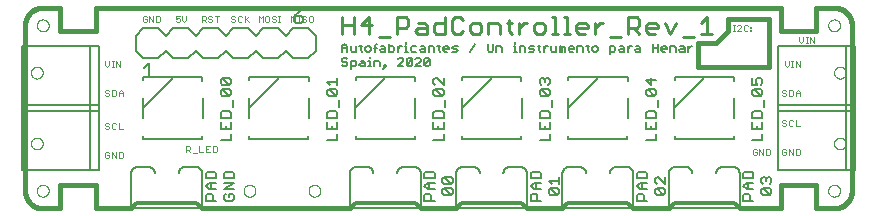
<source format=gto>
G75*
%MOIN*%
%OFA0B0*%
%FSLAX25Y25*%
%IPPOS*%
%LPD*%
%AMOC8*
5,1,8,0,0,1.08239X$1,22.5*
%
%ADD10C,0.01600*%
%ADD11C,0.00000*%
%ADD12C,0.01200*%
%ADD13C,0.00500*%
%ADD14C,0.01000*%
%ADD15C,0.00600*%
%ADD16C,0.00400*%
%ADD17C,0.00800*%
D10*
X0008290Y0025656D02*
X0014195Y0025656D01*
X0014195Y0033530D01*
X0026006Y0033530D01*
X0026006Y0025656D01*
X0037817Y0025656D01*
X0061439Y0025656D02*
X0110652Y0025656D01*
X0134274Y0025656D02*
X0146085Y0025656D01*
X0169707Y0025656D02*
X0181518Y0025656D01*
X0205140Y0025656D02*
X0216951Y0025656D01*
X0240573Y0025656D02*
X0254353Y0025656D01*
X0254353Y0033530D01*
X0266164Y0033530D01*
X0266164Y0025656D01*
X0272069Y0025656D01*
X0272069Y0025655D02*
X0272221Y0025657D01*
X0272373Y0025663D01*
X0272525Y0025673D01*
X0272676Y0025686D01*
X0272827Y0025704D01*
X0272978Y0025725D01*
X0273128Y0025751D01*
X0273277Y0025780D01*
X0273426Y0025813D01*
X0273573Y0025850D01*
X0273720Y0025890D01*
X0273865Y0025935D01*
X0274009Y0025983D01*
X0274152Y0026035D01*
X0274294Y0026090D01*
X0274434Y0026149D01*
X0274573Y0026212D01*
X0274710Y0026278D01*
X0274845Y0026348D01*
X0274978Y0026421D01*
X0275109Y0026498D01*
X0275239Y0026578D01*
X0275366Y0026661D01*
X0275491Y0026747D01*
X0275614Y0026837D01*
X0275734Y0026930D01*
X0275852Y0027026D01*
X0275968Y0027125D01*
X0276081Y0027227D01*
X0276191Y0027331D01*
X0276299Y0027439D01*
X0276403Y0027549D01*
X0276505Y0027662D01*
X0276604Y0027778D01*
X0276700Y0027896D01*
X0276793Y0028016D01*
X0276883Y0028139D01*
X0276969Y0028264D01*
X0277052Y0028391D01*
X0277132Y0028521D01*
X0277209Y0028652D01*
X0277282Y0028785D01*
X0277352Y0028920D01*
X0277418Y0029057D01*
X0277481Y0029196D01*
X0277540Y0029336D01*
X0277595Y0029478D01*
X0277647Y0029621D01*
X0277695Y0029765D01*
X0277740Y0029910D01*
X0277780Y0030057D01*
X0277817Y0030204D01*
X0277850Y0030353D01*
X0277879Y0030502D01*
X0277905Y0030652D01*
X0277926Y0030803D01*
X0277944Y0030954D01*
X0277957Y0031105D01*
X0277967Y0031257D01*
X0277973Y0031409D01*
X0277975Y0031561D01*
X0277975Y0086679D01*
X0277973Y0086831D01*
X0277967Y0086983D01*
X0277957Y0087135D01*
X0277944Y0087286D01*
X0277926Y0087437D01*
X0277905Y0087588D01*
X0277879Y0087738D01*
X0277850Y0087887D01*
X0277817Y0088036D01*
X0277780Y0088183D01*
X0277740Y0088330D01*
X0277695Y0088475D01*
X0277647Y0088619D01*
X0277595Y0088762D01*
X0277540Y0088904D01*
X0277481Y0089044D01*
X0277418Y0089183D01*
X0277352Y0089320D01*
X0277282Y0089455D01*
X0277209Y0089588D01*
X0277132Y0089719D01*
X0277052Y0089849D01*
X0276969Y0089976D01*
X0276883Y0090101D01*
X0276793Y0090224D01*
X0276700Y0090344D01*
X0276604Y0090462D01*
X0276505Y0090578D01*
X0276403Y0090691D01*
X0276299Y0090801D01*
X0276191Y0090909D01*
X0276081Y0091013D01*
X0275968Y0091115D01*
X0275852Y0091214D01*
X0275734Y0091310D01*
X0275614Y0091403D01*
X0275491Y0091493D01*
X0275366Y0091579D01*
X0275239Y0091662D01*
X0275109Y0091742D01*
X0274978Y0091819D01*
X0274845Y0091892D01*
X0274710Y0091962D01*
X0274573Y0092028D01*
X0274434Y0092091D01*
X0274294Y0092150D01*
X0274152Y0092205D01*
X0274009Y0092257D01*
X0273865Y0092305D01*
X0273720Y0092350D01*
X0273573Y0092390D01*
X0273426Y0092427D01*
X0273277Y0092460D01*
X0273128Y0092489D01*
X0272978Y0092515D01*
X0272827Y0092536D01*
X0272676Y0092554D01*
X0272525Y0092567D01*
X0272373Y0092577D01*
X0272221Y0092583D01*
X0272069Y0092585D01*
X0266164Y0092585D01*
X0266164Y0084711D01*
X0254353Y0084711D01*
X0254353Y0092585D01*
X0026006Y0092585D01*
X0026006Y0084711D01*
X0014195Y0084711D01*
X0014195Y0092585D01*
X0008290Y0092585D01*
X0008138Y0092583D01*
X0007986Y0092577D01*
X0007834Y0092567D01*
X0007683Y0092554D01*
X0007532Y0092536D01*
X0007381Y0092515D01*
X0007231Y0092489D01*
X0007082Y0092460D01*
X0006933Y0092427D01*
X0006786Y0092390D01*
X0006639Y0092350D01*
X0006494Y0092305D01*
X0006350Y0092257D01*
X0006207Y0092205D01*
X0006065Y0092150D01*
X0005925Y0092091D01*
X0005786Y0092028D01*
X0005649Y0091962D01*
X0005514Y0091892D01*
X0005381Y0091819D01*
X0005250Y0091742D01*
X0005120Y0091662D01*
X0004993Y0091579D01*
X0004868Y0091493D01*
X0004745Y0091403D01*
X0004625Y0091310D01*
X0004507Y0091214D01*
X0004391Y0091115D01*
X0004278Y0091013D01*
X0004168Y0090909D01*
X0004060Y0090801D01*
X0003956Y0090691D01*
X0003854Y0090578D01*
X0003755Y0090462D01*
X0003659Y0090344D01*
X0003566Y0090224D01*
X0003476Y0090101D01*
X0003390Y0089976D01*
X0003307Y0089849D01*
X0003227Y0089719D01*
X0003150Y0089588D01*
X0003077Y0089455D01*
X0003007Y0089320D01*
X0002941Y0089183D01*
X0002878Y0089044D01*
X0002819Y0088904D01*
X0002764Y0088762D01*
X0002712Y0088619D01*
X0002664Y0088475D01*
X0002619Y0088330D01*
X0002579Y0088183D01*
X0002542Y0088036D01*
X0002509Y0087887D01*
X0002480Y0087738D01*
X0002454Y0087588D01*
X0002433Y0087437D01*
X0002415Y0087286D01*
X0002402Y0087135D01*
X0002392Y0086983D01*
X0002386Y0086831D01*
X0002384Y0086679D01*
X0002384Y0031561D01*
X0002386Y0031409D01*
X0002392Y0031257D01*
X0002402Y0031105D01*
X0002415Y0030954D01*
X0002433Y0030803D01*
X0002454Y0030652D01*
X0002480Y0030502D01*
X0002509Y0030353D01*
X0002542Y0030204D01*
X0002579Y0030057D01*
X0002619Y0029910D01*
X0002664Y0029765D01*
X0002712Y0029621D01*
X0002764Y0029478D01*
X0002819Y0029336D01*
X0002878Y0029196D01*
X0002941Y0029057D01*
X0003007Y0028920D01*
X0003077Y0028785D01*
X0003150Y0028652D01*
X0003227Y0028521D01*
X0003307Y0028391D01*
X0003390Y0028264D01*
X0003476Y0028139D01*
X0003566Y0028016D01*
X0003659Y0027896D01*
X0003755Y0027778D01*
X0003854Y0027662D01*
X0003956Y0027549D01*
X0004060Y0027439D01*
X0004168Y0027331D01*
X0004278Y0027227D01*
X0004391Y0027125D01*
X0004507Y0027026D01*
X0004625Y0026930D01*
X0004745Y0026837D01*
X0004868Y0026747D01*
X0004993Y0026661D01*
X0005120Y0026578D01*
X0005250Y0026498D01*
X0005381Y0026421D01*
X0005514Y0026348D01*
X0005649Y0026278D01*
X0005786Y0026212D01*
X0005925Y0026149D01*
X0006065Y0026090D01*
X0006207Y0026035D01*
X0006350Y0025983D01*
X0006494Y0025935D01*
X0006639Y0025890D01*
X0006786Y0025850D01*
X0006933Y0025813D01*
X0007082Y0025780D01*
X0007231Y0025751D01*
X0007381Y0025725D01*
X0007532Y0025704D01*
X0007683Y0025686D01*
X0007834Y0025673D01*
X0007986Y0025663D01*
X0008138Y0025657D01*
X0008290Y0025655D01*
X0226794Y0072900D02*
X0226794Y0080774D01*
X0232699Y0080774D01*
X0236636Y0084711D01*
X0236636Y0088648D01*
X0250416Y0088648D01*
X0250416Y0072900D01*
X0226794Y0072900D01*
D11*
X0272069Y0070931D02*
X0272071Y0071019D01*
X0272077Y0071107D01*
X0272087Y0071195D01*
X0272101Y0071283D01*
X0272118Y0071369D01*
X0272140Y0071455D01*
X0272165Y0071539D01*
X0272195Y0071623D01*
X0272227Y0071705D01*
X0272264Y0071785D01*
X0272304Y0071864D01*
X0272348Y0071941D01*
X0272395Y0072016D01*
X0272445Y0072088D01*
X0272499Y0072159D01*
X0272555Y0072226D01*
X0272615Y0072292D01*
X0272677Y0072354D01*
X0272743Y0072414D01*
X0272810Y0072470D01*
X0272881Y0072524D01*
X0272953Y0072574D01*
X0273028Y0072621D01*
X0273105Y0072665D01*
X0273184Y0072705D01*
X0273264Y0072742D01*
X0273346Y0072774D01*
X0273430Y0072804D01*
X0273514Y0072829D01*
X0273600Y0072851D01*
X0273686Y0072868D01*
X0273774Y0072882D01*
X0273862Y0072892D01*
X0273950Y0072898D01*
X0274038Y0072900D01*
X0274126Y0072898D01*
X0274214Y0072892D01*
X0274302Y0072882D01*
X0274390Y0072868D01*
X0274476Y0072851D01*
X0274562Y0072829D01*
X0274646Y0072804D01*
X0274730Y0072774D01*
X0274812Y0072742D01*
X0274892Y0072705D01*
X0274971Y0072665D01*
X0275048Y0072621D01*
X0275123Y0072574D01*
X0275195Y0072524D01*
X0275266Y0072470D01*
X0275333Y0072414D01*
X0275399Y0072354D01*
X0275461Y0072292D01*
X0275521Y0072226D01*
X0275577Y0072159D01*
X0275631Y0072088D01*
X0275681Y0072016D01*
X0275728Y0071941D01*
X0275772Y0071864D01*
X0275812Y0071785D01*
X0275849Y0071705D01*
X0275881Y0071623D01*
X0275911Y0071539D01*
X0275936Y0071455D01*
X0275958Y0071369D01*
X0275975Y0071283D01*
X0275989Y0071195D01*
X0275999Y0071107D01*
X0276005Y0071019D01*
X0276007Y0070931D01*
X0276005Y0070843D01*
X0275999Y0070755D01*
X0275989Y0070667D01*
X0275975Y0070579D01*
X0275958Y0070493D01*
X0275936Y0070407D01*
X0275911Y0070323D01*
X0275881Y0070239D01*
X0275849Y0070157D01*
X0275812Y0070077D01*
X0275772Y0069998D01*
X0275728Y0069921D01*
X0275681Y0069846D01*
X0275631Y0069774D01*
X0275577Y0069703D01*
X0275521Y0069636D01*
X0275461Y0069570D01*
X0275399Y0069508D01*
X0275333Y0069448D01*
X0275266Y0069392D01*
X0275195Y0069338D01*
X0275123Y0069288D01*
X0275048Y0069241D01*
X0274971Y0069197D01*
X0274892Y0069157D01*
X0274812Y0069120D01*
X0274730Y0069088D01*
X0274646Y0069058D01*
X0274562Y0069033D01*
X0274476Y0069011D01*
X0274390Y0068994D01*
X0274302Y0068980D01*
X0274214Y0068970D01*
X0274126Y0068964D01*
X0274038Y0068962D01*
X0273950Y0068964D01*
X0273862Y0068970D01*
X0273774Y0068980D01*
X0273686Y0068994D01*
X0273600Y0069011D01*
X0273514Y0069033D01*
X0273430Y0069058D01*
X0273346Y0069088D01*
X0273264Y0069120D01*
X0273184Y0069157D01*
X0273105Y0069197D01*
X0273028Y0069241D01*
X0272953Y0069288D01*
X0272881Y0069338D01*
X0272810Y0069392D01*
X0272743Y0069448D01*
X0272677Y0069508D01*
X0272615Y0069570D01*
X0272555Y0069636D01*
X0272499Y0069703D01*
X0272445Y0069774D01*
X0272395Y0069846D01*
X0272348Y0069921D01*
X0272304Y0069998D01*
X0272264Y0070077D01*
X0272227Y0070157D01*
X0272195Y0070239D01*
X0272165Y0070323D01*
X0272140Y0070407D01*
X0272118Y0070493D01*
X0272101Y0070579D01*
X0272087Y0070667D01*
X0272077Y0070755D01*
X0272071Y0070843D01*
X0272069Y0070931D01*
X0270100Y0086679D02*
X0270102Y0086767D01*
X0270108Y0086855D01*
X0270118Y0086943D01*
X0270132Y0087031D01*
X0270149Y0087117D01*
X0270171Y0087203D01*
X0270196Y0087287D01*
X0270226Y0087371D01*
X0270258Y0087453D01*
X0270295Y0087533D01*
X0270335Y0087612D01*
X0270379Y0087689D01*
X0270426Y0087764D01*
X0270476Y0087836D01*
X0270530Y0087907D01*
X0270586Y0087974D01*
X0270646Y0088040D01*
X0270708Y0088102D01*
X0270774Y0088162D01*
X0270841Y0088218D01*
X0270912Y0088272D01*
X0270984Y0088322D01*
X0271059Y0088369D01*
X0271136Y0088413D01*
X0271215Y0088453D01*
X0271295Y0088490D01*
X0271377Y0088522D01*
X0271461Y0088552D01*
X0271545Y0088577D01*
X0271631Y0088599D01*
X0271717Y0088616D01*
X0271805Y0088630D01*
X0271893Y0088640D01*
X0271981Y0088646D01*
X0272069Y0088648D01*
X0272157Y0088646D01*
X0272245Y0088640D01*
X0272333Y0088630D01*
X0272421Y0088616D01*
X0272507Y0088599D01*
X0272593Y0088577D01*
X0272677Y0088552D01*
X0272761Y0088522D01*
X0272843Y0088490D01*
X0272923Y0088453D01*
X0273002Y0088413D01*
X0273079Y0088369D01*
X0273154Y0088322D01*
X0273226Y0088272D01*
X0273297Y0088218D01*
X0273364Y0088162D01*
X0273430Y0088102D01*
X0273492Y0088040D01*
X0273552Y0087974D01*
X0273608Y0087907D01*
X0273662Y0087836D01*
X0273712Y0087764D01*
X0273759Y0087689D01*
X0273803Y0087612D01*
X0273843Y0087533D01*
X0273880Y0087453D01*
X0273912Y0087371D01*
X0273942Y0087287D01*
X0273967Y0087203D01*
X0273989Y0087117D01*
X0274006Y0087031D01*
X0274020Y0086943D01*
X0274030Y0086855D01*
X0274036Y0086767D01*
X0274038Y0086679D01*
X0274036Y0086591D01*
X0274030Y0086503D01*
X0274020Y0086415D01*
X0274006Y0086327D01*
X0273989Y0086241D01*
X0273967Y0086155D01*
X0273942Y0086071D01*
X0273912Y0085987D01*
X0273880Y0085905D01*
X0273843Y0085825D01*
X0273803Y0085746D01*
X0273759Y0085669D01*
X0273712Y0085594D01*
X0273662Y0085522D01*
X0273608Y0085451D01*
X0273552Y0085384D01*
X0273492Y0085318D01*
X0273430Y0085256D01*
X0273364Y0085196D01*
X0273297Y0085140D01*
X0273226Y0085086D01*
X0273154Y0085036D01*
X0273079Y0084989D01*
X0273002Y0084945D01*
X0272923Y0084905D01*
X0272843Y0084868D01*
X0272761Y0084836D01*
X0272677Y0084806D01*
X0272593Y0084781D01*
X0272507Y0084759D01*
X0272421Y0084742D01*
X0272333Y0084728D01*
X0272245Y0084718D01*
X0272157Y0084712D01*
X0272069Y0084710D01*
X0271981Y0084712D01*
X0271893Y0084718D01*
X0271805Y0084728D01*
X0271717Y0084742D01*
X0271631Y0084759D01*
X0271545Y0084781D01*
X0271461Y0084806D01*
X0271377Y0084836D01*
X0271295Y0084868D01*
X0271215Y0084905D01*
X0271136Y0084945D01*
X0271059Y0084989D01*
X0270984Y0085036D01*
X0270912Y0085086D01*
X0270841Y0085140D01*
X0270774Y0085196D01*
X0270708Y0085256D01*
X0270646Y0085318D01*
X0270586Y0085384D01*
X0270530Y0085451D01*
X0270476Y0085522D01*
X0270426Y0085594D01*
X0270379Y0085669D01*
X0270335Y0085746D01*
X0270295Y0085825D01*
X0270258Y0085905D01*
X0270226Y0085987D01*
X0270196Y0086071D01*
X0270171Y0086155D01*
X0270149Y0086241D01*
X0270132Y0086327D01*
X0270118Y0086415D01*
X0270108Y0086503D01*
X0270102Y0086591D01*
X0270100Y0086679D01*
X0272069Y0047309D02*
X0272071Y0047397D01*
X0272077Y0047485D01*
X0272087Y0047573D01*
X0272101Y0047661D01*
X0272118Y0047747D01*
X0272140Y0047833D01*
X0272165Y0047917D01*
X0272195Y0048001D01*
X0272227Y0048083D01*
X0272264Y0048163D01*
X0272304Y0048242D01*
X0272348Y0048319D01*
X0272395Y0048394D01*
X0272445Y0048466D01*
X0272499Y0048537D01*
X0272555Y0048604D01*
X0272615Y0048670D01*
X0272677Y0048732D01*
X0272743Y0048792D01*
X0272810Y0048848D01*
X0272881Y0048902D01*
X0272953Y0048952D01*
X0273028Y0048999D01*
X0273105Y0049043D01*
X0273184Y0049083D01*
X0273264Y0049120D01*
X0273346Y0049152D01*
X0273430Y0049182D01*
X0273514Y0049207D01*
X0273600Y0049229D01*
X0273686Y0049246D01*
X0273774Y0049260D01*
X0273862Y0049270D01*
X0273950Y0049276D01*
X0274038Y0049278D01*
X0274126Y0049276D01*
X0274214Y0049270D01*
X0274302Y0049260D01*
X0274390Y0049246D01*
X0274476Y0049229D01*
X0274562Y0049207D01*
X0274646Y0049182D01*
X0274730Y0049152D01*
X0274812Y0049120D01*
X0274892Y0049083D01*
X0274971Y0049043D01*
X0275048Y0048999D01*
X0275123Y0048952D01*
X0275195Y0048902D01*
X0275266Y0048848D01*
X0275333Y0048792D01*
X0275399Y0048732D01*
X0275461Y0048670D01*
X0275521Y0048604D01*
X0275577Y0048537D01*
X0275631Y0048466D01*
X0275681Y0048394D01*
X0275728Y0048319D01*
X0275772Y0048242D01*
X0275812Y0048163D01*
X0275849Y0048083D01*
X0275881Y0048001D01*
X0275911Y0047917D01*
X0275936Y0047833D01*
X0275958Y0047747D01*
X0275975Y0047661D01*
X0275989Y0047573D01*
X0275999Y0047485D01*
X0276005Y0047397D01*
X0276007Y0047309D01*
X0276005Y0047221D01*
X0275999Y0047133D01*
X0275989Y0047045D01*
X0275975Y0046957D01*
X0275958Y0046871D01*
X0275936Y0046785D01*
X0275911Y0046701D01*
X0275881Y0046617D01*
X0275849Y0046535D01*
X0275812Y0046455D01*
X0275772Y0046376D01*
X0275728Y0046299D01*
X0275681Y0046224D01*
X0275631Y0046152D01*
X0275577Y0046081D01*
X0275521Y0046014D01*
X0275461Y0045948D01*
X0275399Y0045886D01*
X0275333Y0045826D01*
X0275266Y0045770D01*
X0275195Y0045716D01*
X0275123Y0045666D01*
X0275048Y0045619D01*
X0274971Y0045575D01*
X0274892Y0045535D01*
X0274812Y0045498D01*
X0274730Y0045466D01*
X0274646Y0045436D01*
X0274562Y0045411D01*
X0274476Y0045389D01*
X0274390Y0045372D01*
X0274302Y0045358D01*
X0274214Y0045348D01*
X0274126Y0045342D01*
X0274038Y0045340D01*
X0273950Y0045342D01*
X0273862Y0045348D01*
X0273774Y0045358D01*
X0273686Y0045372D01*
X0273600Y0045389D01*
X0273514Y0045411D01*
X0273430Y0045436D01*
X0273346Y0045466D01*
X0273264Y0045498D01*
X0273184Y0045535D01*
X0273105Y0045575D01*
X0273028Y0045619D01*
X0272953Y0045666D01*
X0272881Y0045716D01*
X0272810Y0045770D01*
X0272743Y0045826D01*
X0272677Y0045886D01*
X0272615Y0045948D01*
X0272555Y0046014D01*
X0272499Y0046081D01*
X0272445Y0046152D01*
X0272395Y0046224D01*
X0272348Y0046299D01*
X0272304Y0046376D01*
X0272264Y0046455D01*
X0272227Y0046535D01*
X0272195Y0046617D01*
X0272165Y0046701D01*
X0272140Y0046785D01*
X0272118Y0046871D01*
X0272101Y0046957D01*
X0272087Y0047045D01*
X0272077Y0047133D01*
X0272071Y0047221D01*
X0272069Y0047309D01*
X0270100Y0031561D02*
X0270102Y0031649D01*
X0270108Y0031737D01*
X0270118Y0031825D01*
X0270132Y0031913D01*
X0270149Y0031999D01*
X0270171Y0032085D01*
X0270196Y0032169D01*
X0270226Y0032253D01*
X0270258Y0032335D01*
X0270295Y0032415D01*
X0270335Y0032494D01*
X0270379Y0032571D01*
X0270426Y0032646D01*
X0270476Y0032718D01*
X0270530Y0032789D01*
X0270586Y0032856D01*
X0270646Y0032922D01*
X0270708Y0032984D01*
X0270774Y0033044D01*
X0270841Y0033100D01*
X0270912Y0033154D01*
X0270984Y0033204D01*
X0271059Y0033251D01*
X0271136Y0033295D01*
X0271215Y0033335D01*
X0271295Y0033372D01*
X0271377Y0033404D01*
X0271461Y0033434D01*
X0271545Y0033459D01*
X0271631Y0033481D01*
X0271717Y0033498D01*
X0271805Y0033512D01*
X0271893Y0033522D01*
X0271981Y0033528D01*
X0272069Y0033530D01*
X0272157Y0033528D01*
X0272245Y0033522D01*
X0272333Y0033512D01*
X0272421Y0033498D01*
X0272507Y0033481D01*
X0272593Y0033459D01*
X0272677Y0033434D01*
X0272761Y0033404D01*
X0272843Y0033372D01*
X0272923Y0033335D01*
X0273002Y0033295D01*
X0273079Y0033251D01*
X0273154Y0033204D01*
X0273226Y0033154D01*
X0273297Y0033100D01*
X0273364Y0033044D01*
X0273430Y0032984D01*
X0273492Y0032922D01*
X0273552Y0032856D01*
X0273608Y0032789D01*
X0273662Y0032718D01*
X0273712Y0032646D01*
X0273759Y0032571D01*
X0273803Y0032494D01*
X0273843Y0032415D01*
X0273880Y0032335D01*
X0273912Y0032253D01*
X0273942Y0032169D01*
X0273967Y0032085D01*
X0273989Y0031999D01*
X0274006Y0031913D01*
X0274020Y0031825D01*
X0274030Y0031737D01*
X0274036Y0031649D01*
X0274038Y0031561D01*
X0274036Y0031473D01*
X0274030Y0031385D01*
X0274020Y0031297D01*
X0274006Y0031209D01*
X0273989Y0031123D01*
X0273967Y0031037D01*
X0273942Y0030953D01*
X0273912Y0030869D01*
X0273880Y0030787D01*
X0273843Y0030707D01*
X0273803Y0030628D01*
X0273759Y0030551D01*
X0273712Y0030476D01*
X0273662Y0030404D01*
X0273608Y0030333D01*
X0273552Y0030266D01*
X0273492Y0030200D01*
X0273430Y0030138D01*
X0273364Y0030078D01*
X0273297Y0030022D01*
X0273226Y0029968D01*
X0273154Y0029918D01*
X0273079Y0029871D01*
X0273002Y0029827D01*
X0272923Y0029787D01*
X0272843Y0029750D01*
X0272761Y0029718D01*
X0272677Y0029688D01*
X0272593Y0029663D01*
X0272507Y0029641D01*
X0272421Y0029624D01*
X0272333Y0029610D01*
X0272245Y0029600D01*
X0272157Y0029594D01*
X0272069Y0029592D01*
X0271981Y0029594D01*
X0271893Y0029600D01*
X0271805Y0029610D01*
X0271717Y0029624D01*
X0271631Y0029641D01*
X0271545Y0029663D01*
X0271461Y0029688D01*
X0271377Y0029718D01*
X0271295Y0029750D01*
X0271215Y0029787D01*
X0271136Y0029827D01*
X0271059Y0029871D01*
X0270984Y0029918D01*
X0270912Y0029968D01*
X0270841Y0030022D01*
X0270774Y0030078D01*
X0270708Y0030138D01*
X0270646Y0030200D01*
X0270586Y0030266D01*
X0270530Y0030333D01*
X0270476Y0030404D01*
X0270426Y0030476D01*
X0270379Y0030551D01*
X0270335Y0030628D01*
X0270295Y0030707D01*
X0270258Y0030787D01*
X0270226Y0030869D01*
X0270196Y0030953D01*
X0270171Y0031037D01*
X0270149Y0031123D01*
X0270132Y0031209D01*
X0270118Y0031297D01*
X0270108Y0031385D01*
X0270102Y0031473D01*
X0270100Y0031561D01*
X0096872Y0031561D02*
X0096874Y0031649D01*
X0096880Y0031737D01*
X0096890Y0031825D01*
X0096904Y0031913D01*
X0096921Y0031999D01*
X0096943Y0032085D01*
X0096968Y0032169D01*
X0096998Y0032253D01*
X0097030Y0032335D01*
X0097067Y0032415D01*
X0097107Y0032494D01*
X0097151Y0032571D01*
X0097198Y0032646D01*
X0097248Y0032718D01*
X0097302Y0032789D01*
X0097358Y0032856D01*
X0097418Y0032922D01*
X0097480Y0032984D01*
X0097546Y0033044D01*
X0097613Y0033100D01*
X0097684Y0033154D01*
X0097756Y0033204D01*
X0097831Y0033251D01*
X0097908Y0033295D01*
X0097987Y0033335D01*
X0098067Y0033372D01*
X0098149Y0033404D01*
X0098233Y0033434D01*
X0098317Y0033459D01*
X0098403Y0033481D01*
X0098489Y0033498D01*
X0098577Y0033512D01*
X0098665Y0033522D01*
X0098753Y0033528D01*
X0098841Y0033530D01*
X0098929Y0033528D01*
X0099017Y0033522D01*
X0099105Y0033512D01*
X0099193Y0033498D01*
X0099279Y0033481D01*
X0099365Y0033459D01*
X0099449Y0033434D01*
X0099533Y0033404D01*
X0099615Y0033372D01*
X0099695Y0033335D01*
X0099774Y0033295D01*
X0099851Y0033251D01*
X0099926Y0033204D01*
X0099998Y0033154D01*
X0100069Y0033100D01*
X0100136Y0033044D01*
X0100202Y0032984D01*
X0100264Y0032922D01*
X0100324Y0032856D01*
X0100380Y0032789D01*
X0100434Y0032718D01*
X0100484Y0032646D01*
X0100531Y0032571D01*
X0100575Y0032494D01*
X0100615Y0032415D01*
X0100652Y0032335D01*
X0100684Y0032253D01*
X0100714Y0032169D01*
X0100739Y0032085D01*
X0100761Y0031999D01*
X0100778Y0031913D01*
X0100792Y0031825D01*
X0100802Y0031737D01*
X0100808Y0031649D01*
X0100810Y0031561D01*
X0100808Y0031473D01*
X0100802Y0031385D01*
X0100792Y0031297D01*
X0100778Y0031209D01*
X0100761Y0031123D01*
X0100739Y0031037D01*
X0100714Y0030953D01*
X0100684Y0030869D01*
X0100652Y0030787D01*
X0100615Y0030707D01*
X0100575Y0030628D01*
X0100531Y0030551D01*
X0100484Y0030476D01*
X0100434Y0030404D01*
X0100380Y0030333D01*
X0100324Y0030266D01*
X0100264Y0030200D01*
X0100202Y0030138D01*
X0100136Y0030078D01*
X0100069Y0030022D01*
X0099998Y0029968D01*
X0099926Y0029918D01*
X0099851Y0029871D01*
X0099774Y0029827D01*
X0099695Y0029787D01*
X0099615Y0029750D01*
X0099533Y0029718D01*
X0099449Y0029688D01*
X0099365Y0029663D01*
X0099279Y0029641D01*
X0099193Y0029624D01*
X0099105Y0029610D01*
X0099017Y0029600D01*
X0098929Y0029594D01*
X0098841Y0029592D01*
X0098753Y0029594D01*
X0098665Y0029600D01*
X0098577Y0029610D01*
X0098489Y0029624D01*
X0098403Y0029641D01*
X0098317Y0029663D01*
X0098233Y0029688D01*
X0098149Y0029718D01*
X0098067Y0029750D01*
X0097987Y0029787D01*
X0097908Y0029827D01*
X0097831Y0029871D01*
X0097756Y0029918D01*
X0097684Y0029968D01*
X0097613Y0030022D01*
X0097546Y0030078D01*
X0097480Y0030138D01*
X0097418Y0030200D01*
X0097358Y0030266D01*
X0097302Y0030333D01*
X0097248Y0030404D01*
X0097198Y0030476D01*
X0097151Y0030551D01*
X0097107Y0030628D01*
X0097067Y0030707D01*
X0097030Y0030787D01*
X0096998Y0030869D01*
X0096968Y0030953D01*
X0096943Y0031037D01*
X0096921Y0031123D01*
X0096904Y0031209D01*
X0096890Y0031297D01*
X0096880Y0031385D01*
X0096874Y0031473D01*
X0096872Y0031561D01*
X0075218Y0031561D02*
X0075220Y0031649D01*
X0075226Y0031737D01*
X0075236Y0031825D01*
X0075250Y0031913D01*
X0075267Y0031999D01*
X0075289Y0032085D01*
X0075314Y0032169D01*
X0075344Y0032253D01*
X0075376Y0032335D01*
X0075413Y0032415D01*
X0075453Y0032494D01*
X0075497Y0032571D01*
X0075544Y0032646D01*
X0075594Y0032718D01*
X0075648Y0032789D01*
X0075704Y0032856D01*
X0075764Y0032922D01*
X0075826Y0032984D01*
X0075892Y0033044D01*
X0075959Y0033100D01*
X0076030Y0033154D01*
X0076102Y0033204D01*
X0076177Y0033251D01*
X0076254Y0033295D01*
X0076333Y0033335D01*
X0076413Y0033372D01*
X0076495Y0033404D01*
X0076579Y0033434D01*
X0076663Y0033459D01*
X0076749Y0033481D01*
X0076835Y0033498D01*
X0076923Y0033512D01*
X0077011Y0033522D01*
X0077099Y0033528D01*
X0077187Y0033530D01*
X0077275Y0033528D01*
X0077363Y0033522D01*
X0077451Y0033512D01*
X0077539Y0033498D01*
X0077625Y0033481D01*
X0077711Y0033459D01*
X0077795Y0033434D01*
X0077879Y0033404D01*
X0077961Y0033372D01*
X0078041Y0033335D01*
X0078120Y0033295D01*
X0078197Y0033251D01*
X0078272Y0033204D01*
X0078344Y0033154D01*
X0078415Y0033100D01*
X0078482Y0033044D01*
X0078548Y0032984D01*
X0078610Y0032922D01*
X0078670Y0032856D01*
X0078726Y0032789D01*
X0078780Y0032718D01*
X0078830Y0032646D01*
X0078877Y0032571D01*
X0078921Y0032494D01*
X0078961Y0032415D01*
X0078998Y0032335D01*
X0079030Y0032253D01*
X0079060Y0032169D01*
X0079085Y0032085D01*
X0079107Y0031999D01*
X0079124Y0031913D01*
X0079138Y0031825D01*
X0079148Y0031737D01*
X0079154Y0031649D01*
X0079156Y0031561D01*
X0079154Y0031473D01*
X0079148Y0031385D01*
X0079138Y0031297D01*
X0079124Y0031209D01*
X0079107Y0031123D01*
X0079085Y0031037D01*
X0079060Y0030953D01*
X0079030Y0030869D01*
X0078998Y0030787D01*
X0078961Y0030707D01*
X0078921Y0030628D01*
X0078877Y0030551D01*
X0078830Y0030476D01*
X0078780Y0030404D01*
X0078726Y0030333D01*
X0078670Y0030266D01*
X0078610Y0030200D01*
X0078548Y0030138D01*
X0078482Y0030078D01*
X0078415Y0030022D01*
X0078344Y0029968D01*
X0078272Y0029918D01*
X0078197Y0029871D01*
X0078120Y0029827D01*
X0078041Y0029787D01*
X0077961Y0029750D01*
X0077879Y0029718D01*
X0077795Y0029688D01*
X0077711Y0029663D01*
X0077625Y0029641D01*
X0077539Y0029624D01*
X0077451Y0029610D01*
X0077363Y0029600D01*
X0077275Y0029594D01*
X0077187Y0029592D01*
X0077099Y0029594D01*
X0077011Y0029600D01*
X0076923Y0029610D01*
X0076835Y0029624D01*
X0076749Y0029641D01*
X0076663Y0029663D01*
X0076579Y0029688D01*
X0076495Y0029718D01*
X0076413Y0029750D01*
X0076333Y0029787D01*
X0076254Y0029827D01*
X0076177Y0029871D01*
X0076102Y0029918D01*
X0076030Y0029968D01*
X0075959Y0030022D01*
X0075892Y0030078D01*
X0075826Y0030138D01*
X0075764Y0030200D01*
X0075704Y0030266D01*
X0075648Y0030333D01*
X0075594Y0030404D01*
X0075544Y0030476D01*
X0075497Y0030551D01*
X0075453Y0030628D01*
X0075413Y0030707D01*
X0075376Y0030787D01*
X0075344Y0030869D01*
X0075314Y0030953D01*
X0075289Y0031037D01*
X0075267Y0031123D01*
X0075250Y0031209D01*
X0075236Y0031297D01*
X0075226Y0031385D01*
X0075220Y0031473D01*
X0075218Y0031561D01*
X0006321Y0031561D02*
X0006323Y0031649D01*
X0006329Y0031737D01*
X0006339Y0031825D01*
X0006353Y0031913D01*
X0006370Y0031999D01*
X0006392Y0032085D01*
X0006417Y0032169D01*
X0006447Y0032253D01*
X0006479Y0032335D01*
X0006516Y0032415D01*
X0006556Y0032494D01*
X0006600Y0032571D01*
X0006647Y0032646D01*
X0006697Y0032718D01*
X0006751Y0032789D01*
X0006807Y0032856D01*
X0006867Y0032922D01*
X0006929Y0032984D01*
X0006995Y0033044D01*
X0007062Y0033100D01*
X0007133Y0033154D01*
X0007205Y0033204D01*
X0007280Y0033251D01*
X0007357Y0033295D01*
X0007436Y0033335D01*
X0007516Y0033372D01*
X0007598Y0033404D01*
X0007682Y0033434D01*
X0007766Y0033459D01*
X0007852Y0033481D01*
X0007938Y0033498D01*
X0008026Y0033512D01*
X0008114Y0033522D01*
X0008202Y0033528D01*
X0008290Y0033530D01*
X0008378Y0033528D01*
X0008466Y0033522D01*
X0008554Y0033512D01*
X0008642Y0033498D01*
X0008728Y0033481D01*
X0008814Y0033459D01*
X0008898Y0033434D01*
X0008982Y0033404D01*
X0009064Y0033372D01*
X0009144Y0033335D01*
X0009223Y0033295D01*
X0009300Y0033251D01*
X0009375Y0033204D01*
X0009447Y0033154D01*
X0009518Y0033100D01*
X0009585Y0033044D01*
X0009651Y0032984D01*
X0009713Y0032922D01*
X0009773Y0032856D01*
X0009829Y0032789D01*
X0009883Y0032718D01*
X0009933Y0032646D01*
X0009980Y0032571D01*
X0010024Y0032494D01*
X0010064Y0032415D01*
X0010101Y0032335D01*
X0010133Y0032253D01*
X0010163Y0032169D01*
X0010188Y0032085D01*
X0010210Y0031999D01*
X0010227Y0031913D01*
X0010241Y0031825D01*
X0010251Y0031737D01*
X0010257Y0031649D01*
X0010259Y0031561D01*
X0010257Y0031473D01*
X0010251Y0031385D01*
X0010241Y0031297D01*
X0010227Y0031209D01*
X0010210Y0031123D01*
X0010188Y0031037D01*
X0010163Y0030953D01*
X0010133Y0030869D01*
X0010101Y0030787D01*
X0010064Y0030707D01*
X0010024Y0030628D01*
X0009980Y0030551D01*
X0009933Y0030476D01*
X0009883Y0030404D01*
X0009829Y0030333D01*
X0009773Y0030266D01*
X0009713Y0030200D01*
X0009651Y0030138D01*
X0009585Y0030078D01*
X0009518Y0030022D01*
X0009447Y0029968D01*
X0009375Y0029918D01*
X0009300Y0029871D01*
X0009223Y0029827D01*
X0009144Y0029787D01*
X0009064Y0029750D01*
X0008982Y0029718D01*
X0008898Y0029688D01*
X0008814Y0029663D01*
X0008728Y0029641D01*
X0008642Y0029624D01*
X0008554Y0029610D01*
X0008466Y0029600D01*
X0008378Y0029594D01*
X0008290Y0029592D01*
X0008202Y0029594D01*
X0008114Y0029600D01*
X0008026Y0029610D01*
X0007938Y0029624D01*
X0007852Y0029641D01*
X0007766Y0029663D01*
X0007682Y0029688D01*
X0007598Y0029718D01*
X0007516Y0029750D01*
X0007436Y0029787D01*
X0007357Y0029827D01*
X0007280Y0029871D01*
X0007205Y0029918D01*
X0007133Y0029968D01*
X0007062Y0030022D01*
X0006995Y0030078D01*
X0006929Y0030138D01*
X0006867Y0030200D01*
X0006807Y0030266D01*
X0006751Y0030333D01*
X0006697Y0030404D01*
X0006647Y0030476D01*
X0006600Y0030551D01*
X0006556Y0030628D01*
X0006516Y0030707D01*
X0006479Y0030787D01*
X0006447Y0030869D01*
X0006417Y0030953D01*
X0006392Y0031037D01*
X0006370Y0031123D01*
X0006353Y0031209D01*
X0006339Y0031297D01*
X0006329Y0031385D01*
X0006323Y0031473D01*
X0006321Y0031561D01*
X0004352Y0047309D02*
X0004354Y0047397D01*
X0004360Y0047485D01*
X0004370Y0047573D01*
X0004384Y0047661D01*
X0004401Y0047747D01*
X0004423Y0047833D01*
X0004448Y0047917D01*
X0004478Y0048001D01*
X0004510Y0048083D01*
X0004547Y0048163D01*
X0004587Y0048242D01*
X0004631Y0048319D01*
X0004678Y0048394D01*
X0004728Y0048466D01*
X0004782Y0048537D01*
X0004838Y0048604D01*
X0004898Y0048670D01*
X0004960Y0048732D01*
X0005026Y0048792D01*
X0005093Y0048848D01*
X0005164Y0048902D01*
X0005236Y0048952D01*
X0005311Y0048999D01*
X0005388Y0049043D01*
X0005467Y0049083D01*
X0005547Y0049120D01*
X0005629Y0049152D01*
X0005713Y0049182D01*
X0005797Y0049207D01*
X0005883Y0049229D01*
X0005969Y0049246D01*
X0006057Y0049260D01*
X0006145Y0049270D01*
X0006233Y0049276D01*
X0006321Y0049278D01*
X0006409Y0049276D01*
X0006497Y0049270D01*
X0006585Y0049260D01*
X0006673Y0049246D01*
X0006759Y0049229D01*
X0006845Y0049207D01*
X0006929Y0049182D01*
X0007013Y0049152D01*
X0007095Y0049120D01*
X0007175Y0049083D01*
X0007254Y0049043D01*
X0007331Y0048999D01*
X0007406Y0048952D01*
X0007478Y0048902D01*
X0007549Y0048848D01*
X0007616Y0048792D01*
X0007682Y0048732D01*
X0007744Y0048670D01*
X0007804Y0048604D01*
X0007860Y0048537D01*
X0007914Y0048466D01*
X0007964Y0048394D01*
X0008011Y0048319D01*
X0008055Y0048242D01*
X0008095Y0048163D01*
X0008132Y0048083D01*
X0008164Y0048001D01*
X0008194Y0047917D01*
X0008219Y0047833D01*
X0008241Y0047747D01*
X0008258Y0047661D01*
X0008272Y0047573D01*
X0008282Y0047485D01*
X0008288Y0047397D01*
X0008290Y0047309D01*
X0008288Y0047221D01*
X0008282Y0047133D01*
X0008272Y0047045D01*
X0008258Y0046957D01*
X0008241Y0046871D01*
X0008219Y0046785D01*
X0008194Y0046701D01*
X0008164Y0046617D01*
X0008132Y0046535D01*
X0008095Y0046455D01*
X0008055Y0046376D01*
X0008011Y0046299D01*
X0007964Y0046224D01*
X0007914Y0046152D01*
X0007860Y0046081D01*
X0007804Y0046014D01*
X0007744Y0045948D01*
X0007682Y0045886D01*
X0007616Y0045826D01*
X0007549Y0045770D01*
X0007478Y0045716D01*
X0007406Y0045666D01*
X0007331Y0045619D01*
X0007254Y0045575D01*
X0007175Y0045535D01*
X0007095Y0045498D01*
X0007013Y0045466D01*
X0006929Y0045436D01*
X0006845Y0045411D01*
X0006759Y0045389D01*
X0006673Y0045372D01*
X0006585Y0045358D01*
X0006497Y0045348D01*
X0006409Y0045342D01*
X0006321Y0045340D01*
X0006233Y0045342D01*
X0006145Y0045348D01*
X0006057Y0045358D01*
X0005969Y0045372D01*
X0005883Y0045389D01*
X0005797Y0045411D01*
X0005713Y0045436D01*
X0005629Y0045466D01*
X0005547Y0045498D01*
X0005467Y0045535D01*
X0005388Y0045575D01*
X0005311Y0045619D01*
X0005236Y0045666D01*
X0005164Y0045716D01*
X0005093Y0045770D01*
X0005026Y0045826D01*
X0004960Y0045886D01*
X0004898Y0045948D01*
X0004838Y0046014D01*
X0004782Y0046081D01*
X0004728Y0046152D01*
X0004678Y0046224D01*
X0004631Y0046299D01*
X0004587Y0046376D01*
X0004547Y0046455D01*
X0004510Y0046535D01*
X0004478Y0046617D01*
X0004448Y0046701D01*
X0004423Y0046785D01*
X0004401Y0046871D01*
X0004384Y0046957D01*
X0004370Y0047045D01*
X0004360Y0047133D01*
X0004354Y0047221D01*
X0004352Y0047309D01*
X0004352Y0070931D02*
X0004354Y0071019D01*
X0004360Y0071107D01*
X0004370Y0071195D01*
X0004384Y0071283D01*
X0004401Y0071369D01*
X0004423Y0071455D01*
X0004448Y0071539D01*
X0004478Y0071623D01*
X0004510Y0071705D01*
X0004547Y0071785D01*
X0004587Y0071864D01*
X0004631Y0071941D01*
X0004678Y0072016D01*
X0004728Y0072088D01*
X0004782Y0072159D01*
X0004838Y0072226D01*
X0004898Y0072292D01*
X0004960Y0072354D01*
X0005026Y0072414D01*
X0005093Y0072470D01*
X0005164Y0072524D01*
X0005236Y0072574D01*
X0005311Y0072621D01*
X0005388Y0072665D01*
X0005467Y0072705D01*
X0005547Y0072742D01*
X0005629Y0072774D01*
X0005713Y0072804D01*
X0005797Y0072829D01*
X0005883Y0072851D01*
X0005969Y0072868D01*
X0006057Y0072882D01*
X0006145Y0072892D01*
X0006233Y0072898D01*
X0006321Y0072900D01*
X0006409Y0072898D01*
X0006497Y0072892D01*
X0006585Y0072882D01*
X0006673Y0072868D01*
X0006759Y0072851D01*
X0006845Y0072829D01*
X0006929Y0072804D01*
X0007013Y0072774D01*
X0007095Y0072742D01*
X0007175Y0072705D01*
X0007254Y0072665D01*
X0007331Y0072621D01*
X0007406Y0072574D01*
X0007478Y0072524D01*
X0007549Y0072470D01*
X0007616Y0072414D01*
X0007682Y0072354D01*
X0007744Y0072292D01*
X0007804Y0072226D01*
X0007860Y0072159D01*
X0007914Y0072088D01*
X0007964Y0072016D01*
X0008011Y0071941D01*
X0008055Y0071864D01*
X0008095Y0071785D01*
X0008132Y0071705D01*
X0008164Y0071623D01*
X0008194Y0071539D01*
X0008219Y0071455D01*
X0008241Y0071369D01*
X0008258Y0071283D01*
X0008272Y0071195D01*
X0008282Y0071107D01*
X0008288Y0071019D01*
X0008290Y0070931D01*
X0008288Y0070843D01*
X0008282Y0070755D01*
X0008272Y0070667D01*
X0008258Y0070579D01*
X0008241Y0070493D01*
X0008219Y0070407D01*
X0008194Y0070323D01*
X0008164Y0070239D01*
X0008132Y0070157D01*
X0008095Y0070077D01*
X0008055Y0069998D01*
X0008011Y0069921D01*
X0007964Y0069846D01*
X0007914Y0069774D01*
X0007860Y0069703D01*
X0007804Y0069636D01*
X0007744Y0069570D01*
X0007682Y0069508D01*
X0007616Y0069448D01*
X0007549Y0069392D01*
X0007478Y0069338D01*
X0007406Y0069288D01*
X0007331Y0069241D01*
X0007254Y0069197D01*
X0007175Y0069157D01*
X0007095Y0069120D01*
X0007013Y0069088D01*
X0006929Y0069058D01*
X0006845Y0069033D01*
X0006759Y0069011D01*
X0006673Y0068994D01*
X0006585Y0068980D01*
X0006497Y0068970D01*
X0006409Y0068964D01*
X0006321Y0068962D01*
X0006233Y0068964D01*
X0006145Y0068970D01*
X0006057Y0068980D01*
X0005969Y0068994D01*
X0005883Y0069011D01*
X0005797Y0069033D01*
X0005713Y0069058D01*
X0005629Y0069088D01*
X0005547Y0069120D01*
X0005467Y0069157D01*
X0005388Y0069197D01*
X0005311Y0069241D01*
X0005236Y0069288D01*
X0005164Y0069338D01*
X0005093Y0069392D01*
X0005026Y0069448D01*
X0004960Y0069508D01*
X0004898Y0069570D01*
X0004838Y0069636D01*
X0004782Y0069703D01*
X0004728Y0069774D01*
X0004678Y0069846D01*
X0004631Y0069921D01*
X0004587Y0069998D01*
X0004547Y0070077D01*
X0004510Y0070157D01*
X0004478Y0070239D01*
X0004448Y0070323D01*
X0004423Y0070407D01*
X0004401Y0070493D01*
X0004384Y0070579D01*
X0004370Y0070667D01*
X0004360Y0070755D01*
X0004354Y0070843D01*
X0004352Y0070931D01*
X0006321Y0086679D02*
X0006323Y0086767D01*
X0006329Y0086855D01*
X0006339Y0086943D01*
X0006353Y0087031D01*
X0006370Y0087117D01*
X0006392Y0087203D01*
X0006417Y0087287D01*
X0006447Y0087371D01*
X0006479Y0087453D01*
X0006516Y0087533D01*
X0006556Y0087612D01*
X0006600Y0087689D01*
X0006647Y0087764D01*
X0006697Y0087836D01*
X0006751Y0087907D01*
X0006807Y0087974D01*
X0006867Y0088040D01*
X0006929Y0088102D01*
X0006995Y0088162D01*
X0007062Y0088218D01*
X0007133Y0088272D01*
X0007205Y0088322D01*
X0007280Y0088369D01*
X0007357Y0088413D01*
X0007436Y0088453D01*
X0007516Y0088490D01*
X0007598Y0088522D01*
X0007682Y0088552D01*
X0007766Y0088577D01*
X0007852Y0088599D01*
X0007938Y0088616D01*
X0008026Y0088630D01*
X0008114Y0088640D01*
X0008202Y0088646D01*
X0008290Y0088648D01*
X0008378Y0088646D01*
X0008466Y0088640D01*
X0008554Y0088630D01*
X0008642Y0088616D01*
X0008728Y0088599D01*
X0008814Y0088577D01*
X0008898Y0088552D01*
X0008982Y0088522D01*
X0009064Y0088490D01*
X0009144Y0088453D01*
X0009223Y0088413D01*
X0009300Y0088369D01*
X0009375Y0088322D01*
X0009447Y0088272D01*
X0009518Y0088218D01*
X0009585Y0088162D01*
X0009651Y0088102D01*
X0009713Y0088040D01*
X0009773Y0087974D01*
X0009829Y0087907D01*
X0009883Y0087836D01*
X0009933Y0087764D01*
X0009980Y0087689D01*
X0010024Y0087612D01*
X0010064Y0087533D01*
X0010101Y0087453D01*
X0010133Y0087371D01*
X0010163Y0087287D01*
X0010188Y0087203D01*
X0010210Y0087117D01*
X0010227Y0087031D01*
X0010241Y0086943D01*
X0010251Y0086855D01*
X0010257Y0086767D01*
X0010259Y0086679D01*
X0010257Y0086591D01*
X0010251Y0086503D01*
X0010241Y0086415D01*
X0010227Y0086327D01*
X0010210Y0086241D01*
X0010188Y0086155D01*
X0010163Y0086071D01*
X0010133Y0085987D01*
X0010101Y0085905D01*
X0010064Y0085825D01*
X0010024Y0085746D01*
X0009980Y0085669D01*
X0009933Y0085594D01*
X0009883Y0085522D01*
X0009829Y0085451D01*
X0009773Y0085384D01*
X0009713Y0085318D01*
X0009651Y0085256D01*
X0009585Y0085196D01*
X0009518Y0085140D01*
X0009447Y0085086D01*
X0009375Y0085036D01*
X0009300Y0084989D01*
X0009223Y0084945D01*
X0009144Y0084905D01*
X0009064Y0084868D01*
X0008982Y0084836D01*
X0008898Y0084806D01*
X0008814Y0084781D01*
X0008728Y0084759D01*
X0008642Y0084742D01*
X0008554Y0084728D01*
X0008466Y0084718D01*
X0008378Y0084712D01*
X0008290Y0084710D01*
X0008202Y0084712D01*
X0008114Y0084718D01*
X0008026Y0084728D01*
X0007938Y0084742D01*
X0007852Y0084759D01*
X0007766Y0084781D01*
X0007682Y0084806D01*
X0007598Y0084836D01*
X0007516Y0084868D01*
X0007436Y0084905D01*
X0007357Y0084945D01*
X0007280Y0084989D01*
X0007205Y0085036D01*
X0007133Y0085086D01*
X0007062Y0085140D01*
X0006995Y0085196D01*
X0006929Y0085256D01*
X0006867Y0085318D01*
X0006807Y0085384D01*
X0006751Y0085451D01*
X0006697Y0085522D01*
X0006647Y0085594D01*
X0006600Y0085669D01*
X0006556Y0085746D01*
X0006516Y0085825D01*
X0006479Y0085905D01*
X0006447Y0085987D01*
X0006417Y0086071D01*
X0006392Y0086155D01*
X0006370Y0086241D01*
X0006353Y0086327D01*
X0006339Y0086415D01*
X0006329Y0086503D01*
X0006323Y0086591D01*
X0006321Y0086679D01*
D12*
X0039786Y0027624D02*
X0059471Y0027624D01*
X0061439Y0025656D01*
X0039786Y0027624D02*
X0037817Y0025656D01*
X0110652Y0025656D02*
X0112620Y0027624D01*
X0132306Y0027624D01*
X0134274Y0025656D01*
X0146085Y0025656D02*
X0148054Y0027624D01*
X0167739Y0027624D01*
X0169707Y0025656D01*
X0181518Y0025656D02*
X0183487Y0027624D01*
X0203172Y0027624D01*
X0205140Y0025656D01*
X0216951Y0025656D02*
X0218920Y0027624D01*
X0238605Y0027624D01*
X0240573Y0025656D01*
D13*
X0240573Y0037467D01*
X0240574Y0037467D02*
X0240572Y0037553D01*
X0240567Y0037639D01*
X0240557Y0037724D01*
X0240544Y0037809D01*
X0240527Y0037893D01*
X0240507Y0037977D01*
X0240483Y0038059D01*
X0240455Y0038140D01*
X0240424Y0038221D01*
X0240390Y0038299D01*
X0240352Y0038376D01*
X0240310Y0038452D01*
X0240266Y0038525D01*
X0240218Y0038596D01*
X0240167Y0038666D01*
X0240113Y0038733D01*
X0240057Y0038797D01*
X0239997Y0038859D01*
X0239935Y0038919D01*
X0239871Y0038975D01*
X0239804Y0039029D01*
X0239734Y0039080D01*
X0239663Y0039128D01*
X0239590Y0039172D01*
X0239514Y0039214D01*
X0239437Y0039252D01*
X0239359Y0039286D01*
X0239278Y0039317D01*
X0239197Y0039345D01*
X0239115Y0039369D01*
X0239031Y0039389D01*
X0238947Y0039406D01*
X0238862Y0039419D01*
X0238777Y0039429D01*
X0238691Y0039434D01*
X0238605Y0039436D01*
X0238605Y0039435D02*
X0234668Y0039435D01*
X0234668Y0039436D02*
X0234582Y0039434D01*
X0234496Y0039429D01*
X0234411Y0039419D01*
X0234326Y0039406D01*
X0234242Y0039389D01*
X0234158Y0039369D01*
X0234076Y0039345D01*
X0233995Y0039317D01*
X0233914Y0039286D01*
X0233836Y0039252D01*
X0233759Y0039214D01*
X0233684Y0039172D01*
X0233610Y0039128D01*
X0233539Y0039080D01*
X0233469Y0039029D01*
X0233402Y0038975D01*
X0233338Y0038919D01*
X0233276Y0038859D01*
X0233216Y0038797D01*
X0233160Y0038733D01*
X0233106Y0038666D01*
X0233055Y0038596D01*
X0233007Y0038525D01*
X0232963Y0038452D01*
X0232921Y0038376D01*
X0232883Y0038299D01*
X0232849Y0038221D01*
X0232818Y0038140D01*
X0232790Y0038059D01*
X0232766Y0037977D01*
X0232746Y0037893D01*
X0232729Y0037809D01*
X0232716Y0037724D01*
X0232706Y0037639D01*
X0232701Y0037553D01*
X0232699Y0037467D01*
X0224826Y0037467D02*
X0224824Y0037553D01*
X0224819Y0037639D01*
X0224809Y0037724D01*
X0224796Y0037809D01*
X0224779Y0037893D01*
X0224759Y0037977D01*
X0224735Y0038059D01*
X0224707Y0038140D01*
X0224676Y0038221D01*
X0224642Y0038299D01*
X0224604Y0038376D01*
X0224562Y0038452D01*
X0224518Y0038525D01*
X0224470Y0038596D01*
X0224419Y0038666D01*
X0224365Y0038733D01*
X0224309Y0038797D01*
X0224249Y0038859D01*
X0224187Y0038919D01*
X0224123Y0038975D01*
X0224056Y0039029D01*
X0223986Y0039080D01*
X0223915Y0039128D01*
X0223842Y0039172D01*
X0223766Y0039214D01*
X0223689Y0039252D01*
X0223611Y0039286D01*
X0223530Y0039317D01*
X0223449Y0039345D01*
X0223367Y0039369D01*
X0223283Y0039389D01*
X0223199Y0039406D01*
X0223114Y0039419D01*
X0223029Y0039429D01*
X0222943Y0039434D01*
X0222857Y0039436D01*
X0222857Y0039435D02*
X0218920Y0039435D01*
X0218920Y0039436D02*
X0218834Y0039434D01*
X0218748Y0039429D01*
X0218663Y0039419D01*
X0218578Y0039406D01*
X0218494Y0039389D01*
X0218410Y0039369D01*
X0218328Y0039345D01*
X0218247Y0039317D01*
X0218166Y0039286D01*
X0218088Y0039252D01*
X0218011Y0039214D01*
X0217936Y0039172D01*
X0217862Y0039128D01*
X0217791Y0039080D01*
X0217721Y0039029D01*
X0217654Y0038975D01*
X0217590Y0038919D01*
X0217528Y0038859D01*
X0217468Y0038797D01*
X0217412Y0038733D01*
X0217358Y0038666D01*
X0217307Y0038596D01*
X0217259Y0038525D01*
X0217215Y0038452D01*
X0217173Y0038376D01*
X0217135Y0038299D01*
X0217101Y0038221D01*
X0217070Y0038140D01*
X0217042Y0038059D01*
X0217018Y0037977D01*
X0216998Y0037893D01*
X0216981Y0037809D01*
X0216968Y0037724D01*
X0216958Y0037639D01*
X0216953Y0037553D01*
X0216951Y0037467D01*
X0216951Y0025656D01*
X0240573Y0025656D01*
X0205140Y0025656D02*
X0205140Y0037467D01*
X0205141Y0037467D02*
X0205139Y0037553D01*
X0205134Y0037639D01*
X0205124Y0037724D01*
X0205111Y0037809D01*
X0205094Y0037893D01*
X0205074Y0037977D01*
X0205050Y0038059D01*
X0205022Y0038140D01*
X0204991Y0038221D01*
X0204957Y0038299D01*
X0204919Y0038376D01*
X0204877Y0038452D01*
X0204833Y0038525D01*
X0204785Y0038596D01*
X0204734Y0038666D01*
X0204680Y0038733D01*
X0204624Y0038797D01*
X0204564Y0038859D01*
X0204502Y0038919D01*
X0204438Y0038975D01*
X0204371Y0039029D01*
X0204301Y0039080D01*
X0204230Y0039128D01*
X0204157Y0039172D01*
X0204081Y0039214D01*
X0204004Y0039252D01*
X0203926Y0039286D01*
X0203845Y0039317D01*
X0203764Y0039345D01*
X0203682Y0039369D01*
X0203598Y0039389D01*
X0203514Y0039406D01*
X0203429Y0039419D01*
X0203344Y0039429D01*
X0203258Y0039434D01*
X0203172Y0039436D01*
X0203172Y0039435D02*
X0199235Y0039435D01*
X0199235Y0039436D02*
X0199149Y0039434D01*
X0199063Y0039429D01*
X0198978Y0039419D01*
X0198893Y0039406D01*
X0198809Y0039389D01*
X0198725Y0039369D01*
X0198643Y0039345D01*
X0198562Y0039317D01*
X0198481Y0039286D01*
X0198403Y0039252D01*
X0198326Y0039214D01*
X0198251Y0039172D01*
X0198177Y0039128D01*
X0198106Y0039080D01*
X0198036Y0039029D01*
X0197969Y0038975D01*
X0197905Y0038919D01*
X0197843Y0038859D01*
X0197783Y0038797D01*
X0197727Y0038733D01*
X0197673Y0038666D01*
X0197622Y0038596D01*
X0197574Y0038525D01*
X0197530Y0038452D01*
X0197488Y0038376D01*
X0197450Y0038299D01*
X0197416Y0038221D01*
X0197385Y0038140D01*
X0197357Y0038059D01*
X0197333Y0037977D01*
X0197313Y0037893D01*
X0197296Y0037809D01*
X0197283Y0037724D01*
X0197273Y0037639D01*
X0197268Y0037553D01*
X0197266Y0037467D01*
X0189393Y0037467D02*
X0189391Y0037553D01*
X0189386Y0037639D01*
X0189376Y0037724D01*
X0189363Y0037809D01*
X0189346Y0037893D01*
X0189326Y0037977D01*
X0189302Y0038059D01*
X0189274Y0038140D01*
X0189243Y0038221D01*
X0189209Y0038299D01*
X0189171Y0038376D01*
X0189129Y0038452D01*
X0189085Y0038525D01*
X0189037Y0038596D01*
X0188986Y0038666D01*
X0188932Y0038733D01*
X0188876Y0038797D01*
X0188816Y0038859D01*
X0188754Y0038919D01*
X0188690Y0038975D01*
X0188623Y0039029D01*
X0188553Y0039080D01*
X0188482Y0039128D01*
X0188409Y0039172D01*
X0188333Y0039214D01*
X0188256Y0039252D01*
X0188178Y0039286D01*
X0188097Y0039317D01*
X0188016Y0039345D01*
X0187934Y0039369D01*
X0187850Y0039389D01*
X0187766Y0039406D01*
X0187681Y0039419D01*
X0187596Y0039429D01*
X0187510Y0039434D01*
X0187424Y0039436D01*
X0187424Y0039435D02*
X0183487Y0039435D01*
X0183487Y0039436D02*
X0183401Y0039434D01*
X0183315Y0039429D01*
X0183230Y0039419D01*
X0183145Y0039406D01*
X0183061Y0039389D01*
X0182977Y0039369D01*
X0182895Y0039345D01*
X0182814Y0039317D01*
X0182733Y0039286D01*
X0182655Y0039252D01*
X0182578Y0039214D01*
X0182503Y0039172D01*
X0182429Y0039128D01*
X0182358Y0039080D01*
X0182288Y0039029D01*
X0182221Y0038975D01*
X0182157Y0038919D01*
X0182095Y0038859D01*
X0182035Y0038797D01*
X0181979Y0038733D01*
X0181925Y0038666D01*
X0181874Y0038596D01*
X0181826Y0038525D01*
X0181782Y0038452D01*
X0181740Y0038376D01*
X0181702Y0038299D01*
X0181668Y0038221D01*
X0181637Y0038140D01*
X0181609Y0038059D01*
X0181585Y0037977D01*
X0181565Y0037893D01*
X0181548Y0037809D01*
X0181535Y0037724D01*
X0181525Y0037639D01*
X0181520Y0037553D01*
X0181518Y0037467D01*
X0181518Y0025656D01*
X0205140Y0025656D01*
X0169707Y0025656D02*
X0169707Y0037467D01*
X0169708Y0037467D02*
X0169706Y0037553D01*
X0169701Y0037639D01*
X0169691Y0037724D01*
X0169678Y0037809D01*
X0169661Y0037893D01*
X0169641Y0037977D01*
X0169617Y0038059D01*
X0169589Y0038140D01*
X0169558Y0038221D01*
X0169524Y0038299D01*
X0169486Y0038376D01*
X0169444Y0038452D01*
X0169400Y0038525D01*
X0169352Y0038596D01*
X0169301Y0038666D01*
X0169247Y0038733D01*
X0169191Y0038797D01*
X0169131Y0038859D01*
X0169069Y0038919D01*
X0169005Y0038975D01*
X0168938Y0039029D01*
X0168868Y0039080D01*
X0168797Y0039128D01*
X0168724Y0039172D01*
X0168648Y0039214D01*
X0168571Y0039252D01*
X0168493Y0039286D01*
X0168412Y0039317D01*
X0168331Y0039345D01*
X0168249Y0039369D01*
X0168165Y0039389D01*
X0168081Y0039406D01*
X0167996Y0039419D01*
X0167911Y0039429D01*
X0167825Y0039434D01*
X0167739Y0039436D01*
X0167739Y0039435D02*
X0163802Y0039435D01*
X0163802Y0039436D02*
X0163716Y0039434D01*
X0163630Y0039429D01*
X0163545Y0039419D01*
X0163460Y0039406D01*
X0163376Y0039389D01*
X0163292Y0039369D01*
X0163210Y0039345D01*
X0163129Y0039317D01*
X0163048Y0039286D01*
X0162970Y0039252D01*
X0162893Y0039214D01*
X0162818Y0039172D01*
X0162744Y0039128D01*
X0162673Y0039080D01*
X0162603Y0039029D01*
X0162536Y0038975D01*
X0162472Y0038919D01*
X0162410Y0038859D01*
X0162350Y0038797D01*
X0162294Y0038733D01*
X0162240Y0038666D01*
X0162189Y0038596D01*
X0162141Y0038525D01*
X0162097Y0038452D01*
X0162055Y0038376D01*
X0162017Y0038299D01*
X0161983Y0038221D01*
X0161952Y0038140D01*
X0161924Y0038059D01*
X0161900Y0037977D01*
X0161880Y0037893D01*
X0161863Y0037809D01*
X0161850Y0037724D01*
X0161840Y0037639D01*
X0161835Y0037553D01*
X0161833Y0037467D01*
X0153960Y0037467D02*
X0153958Y0037553D01*
X0153953Y0037639D01*
X0153943Y0037724D01*
X0153930Y0037809D01*
X0153913Y0037893D01*
X0153893Y0037977D01*
X0153869Y0038059D01*
X0153841Y0038140D01*
X0153810Y0038221D01*
X0153776Y0038299D01*
X0153738Y0038376D01*
X0153696Y0038452D01*
X0153652Y0038525D01*
X0153604Y0038596D01*
X0153553Y0038666D01*
X0153499Y0038733D01*
X0153443Y0038797D01*
X0153383Y0038859D01*
X0153321Y0038919D01*
X0153257Y0038975D01*
X0153190Y0039029D01*
X0153120Y0039080D01*
X0153049Y0039128D01*
X0152976Y0039172D01*
X0152900Y0039214D01*
X0152823Y0039252D01*
X0152745Y0039286D01*
X0152664Y0039317D01*
X0152583Y0039345D01*
X0152501Y0039369D01*
X0152417Y0039389D01*
X0152333Y0039406D01*
X0152248Y0039419D01*
X0152163Y0039429D01*
X0152077Y0039434D01*
X0151991Y0039436D01*
X0151991Y0039435D02*
X0148054Y0039435D01*
X0148054Y0039436D02*
X0147968Y0039434D01*
X0147882Y0039429D01*
X0147797Y0039419D01*
X0147712Y0039406D01*
X0147628Y0039389D01*
X0147544Y0039369D01*
X0147462Y0039345D01*
X0147381Y0039317D01*
X0147300Y0039286D01*
X0147222Y0039252D01*
X0147145Y0039214D01*
X0147070Y0039172D01*
X0146996Y0039128D01*
X0146925Y0039080D01*
X0146855Y0039029D01*
X0146788Y0038975D01*
X0146724Y0038919D01*
X0146662Y0038859D01*
X0146602Y0038797D01*
X0146546Y0038733D01*
X0146492Y0038666D01*
X0146441Y0038596D01*
X0146393Y0038525D01*
X0146349Y0038452D01*
X0146307Y0038376D01*
X0146269Y0038299D01*
X0146235Y0038221D01*
X0146204Y0038140D01*
X0146176Y0038059D01*
X0146152Y0037977D01*
X0146132Y0037893D01*
X0146115Y0037809D01*
X0146102Y0037724D01*
X0146092Y0037639D01*
X0146087Y0037553D01*
X0146085Y0037467D01*
X0146085Y0025656D01*
X0169707Y0025656D01*
X0134274Y0025656D02*
X0134274Y0037467D01*
X0134275Y0037467D02*
X0134273Y0037553D01*
X0134268Y0037639D01*
X0134258Y0037724D01*
X0134245Y0037809D01*
X0134228Y0037893D01*
X0134208Y0037977D01*
X0134184Y0038059D01*
X0134156Y0038140D01*
X0134125Y0038221D01*
X0134091Y0038299D01*
X0134053Y0038376D01*
X0134011Y0038452D01*
X0133967Y0038525D01*
X0133919Y0038596D01*
X0133868Y0038666D01*
X0133814Y0038733D01*
X0133758Y0038797D01*
X0133698Y0038859D01*
X0133636Y0038919D01*
X0133572Y0038975D01*
X0133505Y0039029D01*
X0133435Y0039080D01*
X0133364Y0039128D01*
X0133291Y0039172D01*
X0133215Y0039214D01*
X0133138Y0039252D01*
X0133060Y0039286D01*
X0132979Y0039317D01*
X0132898Y0039345D01*
X0132816Y0039369D01*
X0132732Y0039389D01*
X0132648Y0039406D01*
X0132563Y0039419D01*
X0132478Y0039429D01*
X0132392Y0039434D01*
X0132306Y0039436D01*
X0132306Y0039435D02*
X0128369Y0039435D01*
X0128369Y0039436D02*
X0128283Y0039434D01*
X0128197Y0039429D01*
X0128112Y0039419D01*
X0128027Y0039406D01*
X0127943Y0039389D01*
X0127859Y0039369D01*
X0127777Y0039345D01*
X0127696Y0039317D01*
X0127615Y0039286D01*
X0127537Y0039252D01*
X0127460Y0039214D01*
X0127385Y0039172D01*
X0127311Y0039128D01*
X0127240Y0039080D01*
X0127170Y0039029D01*
X0127103Y0038975D01*
X0127039Y0038919D01*
X0126977Y0038859D01*
X0126917Y0038797D01*
X0126861Y0038733D01*
X0126807Y0038666D01*
X0126756Y0038596D01*
X0126708Y0038525D01*
X0126664Y0038452D01*
X0126622Y0038376D01*
X0126584Y0038299D01*
X0126550Y0038221D01*
X0126519Y0038140D01*
X0126491Y0038059D01*
X0126467Y0037977D01*
X0126447Y0037893D01*
X0126430Y0037809D01*
X0126417Y0037724D01*
X0126407Y0037639D01*
X0126402Y0037553D01*
X0126400Y0037467D01*
X0118526Y0037467D02*
X0118524Y0037553D01*
X0118519Y0037639D01*
X0118509Y0037724D01*
X0118496Y0037809D01*
X0118479Y0037893D01*
X0118459Y0037977D01*
X0118435Y0038059D01*
X0118407Y0038140D01*
X0118376Y0038221D01*
X0118342Y0038299D01*
X0118304Y0038376D01*
X0118262Y0038452D01*
X0118218Y0038525D01*
X0118170Y0038596D01*
X0118119Y0038666D01*
X0118065Y0038733D01*
X0118009Y0038797D01*
X0117949Y0038859D01*
X0117887Y0038919D01*
X0117823Y0038975D01*
X0117756Y0039029D01*
X0117686Y0039080D01*
X0117615Y0039128D01*
X0117542Y0039172D01*
X0117466Y0039214D01*
X0117389Y0039252D01*
X0117311Y0039286D01*
X0117230Y0039317D01*
X0117149Y0039345D01*
X0117067Y0039369D01*
X0116983Y0039389D01*
X0116899Y0039406D01*
X0116814Y0039419D01*
X0116729Y0039429D01*
X0116643Y0039434D01*
X0116557Y0039436D01*
X0116557Y0039435D02*
X0112620Y0039435D01*
X0112620Y0039436D02*
X0112534Y0039434D01*
X0112448Y0039429D01*
X0112363Y0039419D01*
X0112278Y0039406D01*
X0112194Y0039389D01*
X0112110Y0039369D01*
X0112028Y0039345D01*
X0111947Y0039317D01*
X0111866Y0039286D01*
X0111788Y0039252D01*
X0111711Y0039214D01*
X0111636Y0039172D01*
X0111562Y0039128D01*
X0111491Y0039080D01*
X0111421Y0039029D01*
X0111354Y0038975D01*
X0111290Y0038919D01*
X0111228Y0038859D01*
X0111168Y0038797D01*
X0111112Y0038733D01*
X0111058Y0038666D01*
X0111007Y0038596D01*
X0110959Y0038525D01*
X0110915Y0038452D01*
X0110873Y0038376D01*
X0110835Y0038299D01*
X0110801Y0038221D01*
X0110770Y0038140D01*
X0110742Y0038059D01*
X0110718Y0037977D01*
X0110698Y0037893D01*
X0110681Y0037809D01*
X0110668Y0037724D01*
X0110658Y0037639D01*
X0110653Y0037553D01*
X0110651Y0037467D01*
X0110652Y0037467D02*
X0110652Y0025656D01*
X0134274Y0025656D01*
X0061439Y0025656D02*
X0061439Y0037467D01*
X0061440Y0037467D02*
X0061438Y0037553D01*
X0061433Y0037639D01*
X0061423Y0037724D01*
X0061410Y0037809D01*
X0061393Y0037893D01*
X0061373Y0037977D01*
X0061349Y0038059D01*
X0061321Y0038140D01*
X0061290Y0038221D01*
X0061256Y0038299D01*
X0061218Y0038376D01*
X0061176Y0038452D01*
X0061132Y0038525D01*
X0061084Y0038596D01*
X0061033Y0038666D01*
X0060979Y0038733D01*
X0060923Y0038797D01*
X0060863Y0038859D01*
X0060801Y0038919D01*
X0060737Y0038975D01*
X0060670Y0039029D01*
X0060600Y0039080D01*
X0060529Y0039128D01*
X0060456Y0039172D01*
X0060380Y0039214D01*
X0060303Y0039252D01*
X0060225Y0039286D01*
X0060144Y0039317D01*
X0060063Y0039345D01*
X0059981Y0039369D01*
X0059897Y0039389D01*
X0059813Y0039406D01*
X0059728Y0039419D01*
X0059643Y0039429D01*
X0059557Y0039434D01*
X0059471Y0039436D01*
X0059471Y0039435D02*
X0055534Y0039435D01*
X0055534Y0039436D02*
X0055448Y0039434D01*
X0055362Y0039429D01*
X0055277Y0039419D01*
X0055192Y0039406D01*
X0055108Y0039389D01*
X0055024Y0039369D01*
X0054942Y0039345D01*
X0054861Y0039317D01*
X0054780Y0039286D01*
X0054702Y0039252D01*
X0054625Y0039214D01*
X0054550Y0039172D01*
X0054476Y0039128D01*
X0054405Y0039080D01*
X0054335Y0039029D01*
X0054268Y0038975D01*
X0054204Y0038919D01*
X0054142Y0038859D01*
X0054082Y0038797D01*
X0054026Y0038733D01*
X0053972Y0038666D01*
X0053921Y0038596D01*
X0053873Y0038525D01*
X0053829Y0038452D01*
X0053787Y0038376D01*
X0053749Y0038299D01*
X0053715Y0038221D01*
X0053684Y0038140D01*
X0053656Y0038059D01*
X0053632Y0037977D01*
X0053612Y0037893D01*
X0053595Y0037809D01*
X0053582Y0037724D01*
X0053572Y0037639D01*
X0053567Y0037553D01*
X0053565Y0037467D01*
X0045692Y0037467D02*
X0045690Y0037553D01*
X0045685Y0037639D01*
X0045675Y0037724D01*
X0045662Y0037809D01*
X0045645Y0037893D01*
X0045625Y0037977D01*
X0045601Y0038059D01*
X0045573Y0038140D01*
X0045542Y0038221D01*
X0045508Y0038299D01*
X0045470Y0038376D01*
X0045428Y0038452D01*
X0045384Y0038525D01*
X0045336Y0038596D01*
X0045285Y0038666D01*
X0045231Y0038733D01*
X0045175Y0038797D01*
X0045115Y0038859D01*
X0045053Y0038919D01*
X0044989Y0038975D01*
X0044922Y0039029D01*
X0044852Y0039080D01*
X0044781Y0039128D01*
X0044708Y0039172D01*
X0044632Y0039214D01*
X0044555Y0039252D01*
X0044477Y0039286D01*
X0044396Y0039317D01*
X0044315Y0039345D01*
X0044233Y0039369D01*
X0044149Y0039389D01*
X0044065Y0039406D01*
X0043980Y0039419D01*
X0043895Y0039429D01*
X0043809Y0039434D01*
X0043723Y0039436D01*
X0043723Y0039435D02*
X0039786Y0039435D01*
X0039786Y0039436D02*
X0039700Y0039434D01*
X0039614Y0039429D01*
X0039529Y0039419D01*
X0039444Y0039406D01*
X0039360Y0039389D01*
X0039276Y0039369D01*
X0039194Y0039345D01*
X0039113Y0039317D01*
X0039032Y0039286D01*
X0038954Y0039252D01*
X0038877Y0039214D01*
X0038802Y0039172D01*
X0038728Y0039128D01*
X0038657Y0039080D01*
X0038587Y0039029D01*
X0038520Y0038975D01*
X0038456Y0038919D01*
X0038394Y0038859D01*
X0038334Y0038797D01*
X0038278Y0038733D01*
X0038224Y0038666D01*
X0038173Y0038596D01*
X0038125Y0038525D01*
X0038081Y0038452D01*
X0038039Y0038376D01*
X0038001Y0038299D01*
X0037967Y0038221D01*
X0037936Y0038140D01*
X0037908Y0038059D01*
X0037884Y0037977D01*
X0037864Y0037893D01*
X0037847Y0037809D01*
X0037834Y0037724D01*
X0037824Y0037639D01*
X0037819Y0037553D01*
X0037817Y0037467D01*
X0037817Y0025656D01*
X0061439Y0025656D01*
X0045066Y0069524D02*
X0042063Y0069524D01*
X0043565Y0069524D02*
X0043565Y0074028D01*
X0042063Y0072526D01*
X0092063Y0088274D02*
X0092814Y0087524D01*
X0094315Y0087524D01*
X0095066Y0088274D01*
X0095066Y0089025D01*
X0094315Y0089776D01*
X0092063Y0089776D01*
X0092063Y0088274D01*
X0092063Y0089776D02*
X0093565Y0091277D01*
X0095066Y0092028D01*
X0107949Y0079688D02*
X0108850Y0080589D01*
X0109751Y0079688D01*
X0109751Y0077887D01*
X0110896Y0078337D02*
X0111346Y0077887D01*
X0112697Y0077887D01*
X0112697Y0079688D01*
X0113842Y0079688D02*
X0114743Y0079688D01*
X0114293Y0080139D02*
X0114293Y0078337D01*
X0114743Y0077887D01*
X0115807Y0078337D02*
X0115807Y0079238D01*
X0116257Y0079688D01*
X0117158Y0079688D01*
X0117608Y0079238D01*
X0117608Y0078337D01*
X0117158Y0077887D01*
X0116257Y0077887D01*
X0115807Y0078337D01*
X0118753Y0079238D02*
X0119654Y0079238D01*
X0119203Y0080139D02*
X0119203Y0077887D01*
X0120717Y0078337D02*
X0121168Y0078787D01*
X0122519Y0078787D01*
X0122519Y0079238D02*
X0122519Y0077887D01*
X0121168Y0077887D01*
X0120717Y0078337D01*
X0121168Y0079688D02*
X0122069Y0079688D01*
X0122519Y0079238D01*
X0123664Y0079688D02*
X0125015Y0079688D01*
X0125466Y0079238D01*
X0125466Y0078337D01*
X0125015Y0077887D01*
X0123664Y0077887D01*
X0123664Y0080589D01*
X0126610Y0079688D02*
X0126610Y0077887D01*
X0126610Y0078787D02*
X0127511Y0079688D01*
X0127962Y0079688D01*
X0129066Y0079688D02*
X0129516Y0079688D01*
X0129516Y0077887D01*
X0129066Y0077887D02*
X0129967Y0077887D01*
X0131030Y0078337D02*
X0131481Y0077887D01*
X0132832Y0077887D01*
X0133977Y0078337D02*
X0134427Y0078787D01*
X0135778Y0078787D01*
X0135778Y0079238D02*
X0135778Y0077887D01*
X0134427Y0077887D01*
X0133977Y0078337D01*
X0134427Y0079688D02*
X0135328Y0079688D01*
X0135778Y0079238D01*
X0136923Y0079688D02*
X0138274Y0079688D01*
X0138725Y0079238D01*
X0138725Y0077887D01*
X0140320Y0078337D02*
X0140771Y0077887D01*
X0140320Y0078337D02*
X0140320Y0080139D01*
X0139870Y0079688D02*
X0140771Y0079688D01*
X0141834Y0079238D02*
X0142285Y0079688D01*
X0143185Y0079688D01*
X0143636Y0079238D01*
X0143636Y0078787D01*
X0141834Y0078787D01*
X0141834Y0078337D02*
X0141834Y0079238D01*
X0141834Y0078337D02*
X0142285Y0077887D01*
X0143185Y0077887D01*
X0144781Y0077887D02*
X0146132Y0077887D01*
X0146582Y0078337D01*
X0146132Y0078787D01*
X0145231Y0078787D01*
X0144781Y0079238D01*
X0145231Y0079688D01*
X0146582Y0079688D01*
X0150674Y0077887D02*
X0152475Y0080589D01*
X0156567Y0080589D02*
X0156567Y0078337D01*
X0157017Y0077887D01*
X0157918Y0077887D01*
X0158368Y0078337D01*
X0158368Y0080589D01*
X0159513Y0079688D02*
X0160864Y0079688D01*
X0161315Y0079238D01*
X0161315Y0077887D01*
X0159513Y0077887D02*
X0159513Y0079688D01*
X0165406Y0079688D02*
X0165857Y0079688D01*
X0165857Y0077887D01*
X0166307Y0077887D02*
X0165406Y0077887D01*
X0167371Y0077887D02*
X0167371Y0079688D01*
X0168722Y0079688D01*
X0169172Y0079238D01*
X0169172Y0077887D01*
X0170317Y0077887D02*
X0171668Y0077887D01*
X0172119Y0078337D01*
X0171668Y0078787D01*
X0170768Y0078787D01*
X0170317Y0079238D01*
X0170768Y0079688D01*
X0172119Y0079688D01*
X0173264Y0079688D02*
X0174164Y0079688D01*
X0173714Y0080139D02*
X0173714Y0078337D01*
X0174164Y0077887D01*
X0175228Y0077887D02*
X0175228Y0079688D01*
X0175228Y0078787D02*
X0176129Y0079688D01*
X0176579Y0079688D01*
X0177683Y0079688D02*
X0177683Y0078337D01*
X0178134Y0077887D01*
X0179485Y0077887D01*
X0179485Y0079688D01*
X0180630Y0079688D02*
X0181080Y0079688D01*
X0181531Y0079238D01*
X0181981Y0079688D01*
X0182432Y0079238D01*
X0182432Y0077887D01*
X0181531Y0077887D02*
X0181531Y0079238D01*
X0180630Y0079688D02*
X0180630Y0077887D01*
X0183577Y0078337D02*
X0183577Y0079238D01*
X0184027Y0079688D01*
X0184928Y0079688D01*
X0185378Y0079238D01*
X0185378Y0078787D01*
X0183577Y0078787D01*
X0183577Y0078337D02*
X0184027Y0077887D01*
X0184928Y0077887D01*
X0186523Y0077887D02*
X0186523Y0079688D01*
X0187874Y0079688D01*
X0188325Y0079238D01*
X0188325Y0077887D01*
X0189920Y0078337D02*
X0190370Y0077887D01*
X0189920Y0078337D02*
X0189920Y0080139D01*
X0189470Y0079688D02*
X0190370Y0079688D01*
X0191434Y0079238D02*
X0191434Y0078337D01*
X0191884Y0077887D01*
X0192785Y0077887D01*
X0193235Y0078337D01*
X0193235Y0079238D01*
X0192785Y0079688D01*
X0191884Y0079688D01*
X0191434Y0079238D01*
X0197327Y0079688D02*
X0197327Y0076986D01*
X0197327Y0077887D02*
X0198678Y0077887D01*
X0199128Y0078337D01*
X0199128Y0079238D01*
X0198678Y0079688D01*
X0197327Y0079688D01*
X0200273Y0078337D02*
X0200724Y0078787D01*
X0202075Y0078787D01*
X0202075Y0079238D02*
X0202075Y0077887D01*
X0200724Y0077887D01*
X0200273Y0078337D01*
X0200724Y0079688D02*
X0201625Y0079688D01*
X0202075Y0079238D01*
X0203220Y0079688D02*
X0203220Y0077887D01*
X0203220Y0078787D02*
X0204121Y0079688D01*
X0204571Y0079688D01*
X0206126Y0079688D02*
X0207027Y0079688D01*
X0207477Y0079238D01*
X0207477Y0077887D01*
X0206126Y0077887D01*
X0205675Y0078337D01*
X0206126Y0078787D01*
X0207477Y0078787D01*
X0211568Y0079238D02*
X0213370Y0079238D01*
X0214515Y0079238D02*
X0214965Y0079688D01*
X0215866Y0079688D01*
X0216316Y0079238D01*
X0216316Y0078787D01*
X0214515Y0078787D01*
X0214515Y0078337D02*
X0214515Y0079238D01*
X0214515Y0078337D02*
X0214965Y0077887D01*
X0215866Y0077887D01*
X0217461Y0077887D02*
X0217461Y0079688D01*
X0218813Y0079688D01*
X0219263Y0079238D01*
X0219263Y0077887D01*
X0220408Y0078337D02*
X0220858Y0078787D01*
X0222210Y0078787D01*
X0222210Y0079238D02*
X0222210Y0077887D01*
X0220858Y0077887D01*
X0220408Y0078337D01*
X0220858Y0079688D02*
X0221759Y0079688D01*
X0222210Y0079238D01*
X0223354Y0079688D02*
X0223354Y0077887D01*
X0223354Y0078787D02*
X0224255Y0079688D01*
X0224706Y0079688D01*
X0213370Y0080589D02*
X0213370Y0077887D01*
X0211568Y0077887D02*
X0211568Y0080589D01*
X0165857Y0080589D02*
X0165857Y0081039D01*
X0136923Y0079688D02*
X0136923Y0077887D01*
X0132832Y0079688D02*
X0131481Y0079688D01*
X0131030Y0079238D01*
X0131030Y0078337D01*
X0129516Y0080589D02*
X0129516Y0081039D01*
X0119654Y0080589D02*
X0119203Y0080139D01*
X0110896Y0079688D02*
X0110896Y0078337D01*
X0109751Y0079238D02*
X0107949Y0079238D01*
X0107949Y0079688D02*
X0107949Y0077887D01*
X0108400Y0075789D02*
X0107949Y0075339D01*
X0107949Y0074888D01*
X0108400Y0074438D01*
X0109300Y0074438D01*
X0109751Y0073987D01*
X0109751Y0073537D01*
X0109300Y0073087D01*
X0108400Y0073087D01*
X0107949Y0073537D01*
X0110896Y0073087D02*
X0112247Y0073087D01*
X0112697Y0073537D01*
X0112697Y0074438D01*
X0112247Y0074888D01*
X0110896Y0074888D01*
X0110896Y0072186D01*
X0113842Y0073537D02*
X0114293Y0073987D01*
X0115644Y0073987D01*
X0115644Y0074438D02*
X0115644Y0073087D01*
X0114293Y0073087D01*
X0113842Y0073537D01*
X0114293Y0074888D02*
X0115193Y0074888D01*
X0115644Y0074438D01*
X0116789Y0074888D02*
X0117239Y0074888D01*
X0117239Y0073087D01*
X0116789Y0073087D02*
X0117690Y0073087D01*
X0118753Y0073087D02*
X0118753Y0074888D01*
X0120104Y0074888D01*
X0120555Y0074438D01*
X0120555Y0073087D01*
X0121700Y0072186D02*
X0122600Y0073087D01*
X0122150Y0073087D01*
X0122150Y0073537D01*
X0122600Y0073537D01*
X0122600Y0073087D01*
X0126610Y0073087D02*
X0128412Y0074888D01*
X0128412Y0075339D01*
X0127962Y0075789D01*
X0127061Y0075789D01*
X0126610Y0075339D01*
X0129557Y0075339D02*
X0130007Y0075789D01*
X0130908Y0075789D01*
X0131359Y0075339D01*
X0129557Y0073537D01*
X0130007Y0073087D01*
X0130908Y0073087D01*
X0131359Y0073537D01*
X0131359Y0075339D01*
X0132504Y0075339D02*
X0132954Y0075789D01*
X0133855Y0075789D01*
X0134305Y0075339D01*
X0134305Y0074888D01*
X0132504Y0073087D01*
X0134305Y0073087D01*
X0135450Y0073537D02*
X0137252Y0075339D01*
X0137252Y0073537D01*
X0136801Y0073087D01*
X0135900Y0073087D01*
X0135450Y0073537D01*
X0135450Y0075339D01*
X0135900Y0075789D01*
X0136801Y0075789D01*
X0137252Y0075339D01*
X0129557Y0075339D02*
X0129557Y0073537D01*
X0128412Y0073087D02*
X0126610Y0073087D01*
X0117239Y0075789D02*
X0117239Y0076239D01*
X0109751Y0075339D02*
X0109300Y0075789D01*
X0108400Y0075789D01*
D14*
X0120354Y0082945D02*
X0124090Y0082945D01*
X0126431Y0083879D02*
X0126431Y0089484D01*
X0129233Y0089484D01*
X0130167Y0088550D01*
X0130167Y0086682D01*
X0129233Y0085747D01*
X0126431Y0085747D01*
X0132508Y0084813D02*
X0133442Y0083879D01*
X0136244Y0083879D01*
X0136244Y0086682D01*
X0135310Y0087616D01*
X0133442Y0087616D01*
X0133442Y0085747D02*
X0136244Y0085747D01*
X0138585Y0084813D02*
X0138585Y0086682D01*
X0139519Y0087616D01*
X0142322Y0087616D01*
X0144662Y0088550D02*
X0144662Y0084813D01*
X0145596Y0083879D01*
X0147465Y0083879D01*
X0148399Y0084813D01*
X0150740Y0084813D02*
X0151674Y0083879D01*
X0153542Y0083879D01*
X0154476Y0084813D01*
X0154476Y0086682D01*
X0153542Y0087616D01*
X0151674Y0087616D01*
X0150740Y0086682D01*
X0150740Y0084813D01*
X0156817Y0083879D02*
X0156817Y0087616D01*
X0159619Y0087616D01*
X0160553Y0086682D01*
X0160553Y0083879D01*
X0163828Y0084813D02*
X0164762Y0083879D01*
X0163828Y0084813D02*
X0163828Y0088550D01*
X0162894Y0087616D02*
X0164762Y0087616D01*
X0166945Y0087616D02*
X0166945Y0083879D01*
X0166945Y0085747D02*
X0168814Y0087616D01*
X0169748Y0087616D01*
X0172010Y0086682D02*
X0172010Y0084813D01*
X0172944Y0083879D01*
X0174812Y0083879D01*
X0175746Y0084813D01*
X0175746Y0086682D01*
X0174812Y0087616D01*
X0172944Y0087616D01*
X0172010Y0086682D01*
X0178087Y0089484D02*
X0179021Y0089484D01*
X0179021Y0083879D01*
X0178087Y0083879D02*
X0179955Y0083879D01*
X0182138Y0083879D02*
X0184007Y0083879D01*
X0183072Y0083879D02*
X0183072Y0089484D01*
X0182138Y0089484D01*
X0186190Y0086682D02*
X0187124Y0087616D01*
X0188992Y0087616D01*
X0189926Y0086682D01*
X0189926Y0085747D01*
X0186190Y0085747D01*
X0186190Y0084813D02*
X0186190Y0086682D01*
X0186190Y0084813D02*
X0187124Y0083879D01*
X0188992Y0083879D01*
X0192267Y0083879D02*
X0192267Y0087616D01*
X0194135Y0087616D02*
X0195069Y0087616D01*
X0194135Y0087616D02*
X0192267Y0085747D01*
X0197331Y0082945D02*
X0201068Y0082945D01*
X0203408Y0083879D02*
X0203408Y0089484D01*
X0206211Y0089484D01*
X0207145Y0088550D01*
X0207145Y0086682D01*
X0206211Y0085747D01*
X0203408Y0085747D01*
X0205277Y0085747D02*
X0207145Y0083879D01*
X0209486Y0084813D02*
X0209486Y0086682D01*
X0210420Y0087616D01*
X0212288Y0087616D01*
X0213222Y0086682D01*
X0213222Y0085747D01*
X0209486Y0085747D01*
X0209486Y0084813D02*
X0210420Y0083879D01*
X0212288Y0083879D01*
X0215563Y0087616D02*
X0217431Y0083879D01*
X0219299Y0087616D01*
X0227717Y0087616D02*
X0229586Y0089484D01*
X0229586Y0083879D01*
X0231454Y0083879D02*
X0227717Y0083879D01*
X0225377Y0082945D02*
X0221640Y0082945D01*
X0148399Y0088550D02*
X0147465Y0089484D01*
X0145596Y0089484D01*
X0144662Y0088550D01*
X0142322Y0089484D02*
X0142322Y0083879D01*
X0139519Y0083879D01*
X0138585Y0084813D01*
X0133442Y0085747D02*
X0132508Y0084813D01*
X0118013Y0086682D02*
X0114276Y0086682D01*
X0117079Y0089484D01*
X0117079Y0083879D01*
X0111936Y0083879D02*
X0111936Y0089484D01*
X0108199Y0089484D02*
X0108199Y0083879D01*
X0108199Y0086682D02*
X0111936Y0086682D01*
D15*
X0099313Y0083274D02*
X0099313Y0078274D01*
X0096813Y0075774D01*
X0091813Y0075774D01*
X0089313Y0078274D01*
X0086813Y0075774D01*
X0081813Y0075774D01*
X0079313Y0078274D01*
X0076813Y0075774D01*
X0071813Y0075774D01*
X0069313Y0078274D01*
X0066813Y0075774D01*
X0061813Y0075774D01*
X0059313Y0078274D01*
X0056813Y0075774D01*
X0051813Y0075774D01*
X0049313Y0078274D01*
X0046813Y0075774D01*
X0041813Y0075774D01*
X0039313Y0078274D01*
X0039313Y0083274D01*
X0041813Y0085774D01*
X0046813Y0085774D01*
X0049313Y0083274D01*
X0051813Y0085774D01*
X0056813Y0085774D01*
X0059313Y0083274D01*
X0061813Y0085774D01*
X0066813Y0085774D01*
X0069313Y0083274D01*
X0071813Y0085774D01*
X0076813Y0085774D01*
X0079313Y0083274D01*
X0081813Y0085774D01*
X0086813Y0085774D01*
X0089313Y0083274D01*
X0091813Y0085774D01*
X0096813Y0085774D01*
X0099313Y0083274D01*
X0106446Y0069055D02*
X0106446Y0066786D01*
X0106446Y0067921D02*
X0103044Y0067921D01*
X0104178Y0066786D01*
X0103611Y0065372D02*
X0105879Y0063103D01*
X0106446Y0063670D01*
X0106446Y0064805D01*
X0105879Y0065372D01*
X0103611Y0065372D01*
X0103044Y0064805D01*
X0103044Y0063670D01*
X0103611Y0063103D01*
X0105879Y0063103D01*
X0107014Y0061689D02*
X0107014Y0059420D01*
X0105879Y0058006D02*
X0103611Y0058006D01*
X0103044Y0057438D01*
X0103044Y0055737D01*
X0106446Y0055737D01*
X0106446Y0057438D01*
X0105879Y0058006D01*
X0106446Y0054322D02*
X0106446Y0052054D01*
X0103044Y0052054D01*
X0103044Y0054322D01*
X0104745Y0053188D02*
X0104745Y0052054D01*
X0106446Y0050639D02*
X0106446Y0048371D01*
X0103044Y0048371D01*
X0071013Y0048371D02*
X0071013Y0050639D01*
X0071013Y0052054D02*
X0067610Y0052054D01*
X0067610Y0054322D01*
X0067610Y0055737D02*
X0067610Y0057438D01*
X0068178Y0058006D01*
X0070446Y0058006D01*
X0071013Y0057438D01*
X0071013Y0055737D01*
X0067610Y0055737D01*
X0071013Y0054322D02*
X0071013Y0052054D01*
X0069312Y0052054D02*
X0069312Y0053188D01*
X0067610Y0048371D02*
X0071013Y0048371D01*
X0071478Y0037940D02*
X0069209Y0037940D01*
X0068642Y0037373D01*
X0068642Y0035671D01*
X0072045Y0035671D01*
X0072045Y0037373D01*
X0071478Y0037940D01*
X0066045Y0037373D02*
X0066045Y0035671D01*
X0062642Y0035671D01*
X0062642Y0037373D01*
X0063209Y0037940D01*
X0065478Y0037940D01*
X0066045Y0037373D01*
X0066045Y0034257D02*
X0063776Y0034257D01*
X0062642Y0033122D01*
X0063776Y0031988D01*
X0066045Y0031988D01*
X0064343Y0031988D02*
X0064343Y0034257D01*
X0068642Y0034257D02*
X0072045Y0034257D01*
X0068642Y0031988D01*
X0072045Y0031988D01*
X0071478Y0030574D02*
X0070343Y0030574D01*
X0070343Y0029439D01*
X0069209Y0028305D02*
X0068642Y0028872D01*
X0068642Y0030006D01*
X0069209Y0030574D01*
X0071478Y0030574D02*
X0072045Y0030006D01*
X0072045Y0028872D01*
X0071478Y0028305D01*
X0069209Y0028305D01*
X0066045Y0028305D02*
X0062642Y0028305D01*
X0062642Y0030006D01*
X0063209Y0030574D01*
X0064343Y0030574D01*
X0064911Y0030006D01*
X0064911Y0028305D01*
X0135477Y0028305D02*
X0135477Y0030006D01*
X0136044Y0030574D01*
X0137178Y0030574D01*
X0137745Y0030006D01*
X0137745Y0028305D01*
X0138880Y0028305D02*
X0135477Y0028305D01*
X0141477Y0030714D02*
X0142044Y0030146D01*
X0144312Y0030146D01*
X0142044Y0032415D01*
X0144312Y0032415D01*
X0144880Y0031848D01*
X0144880Y0030714D01*
X0144312Y0030146D01*
X0141477Y0030714D02*
X0141477Y0031848D01*
X0142044Y0032415D01*
X0142044Y0033830D02*
X0141477Y0034397D01*
X0141477Y0035531D01*
X0142044Y0036098D01*
X0144312Y0033830D01*
X0144880Y0034397D01*
X0144880Y0035531D01*
X0144312Y0036098D01*
X0142044Y0036098D01*
X0138880Y0035671D02*
X0138880Y0037373D01*
X0138312Y0037940D01*
X0136044Y0037940D01*
X0135477Y0037373D01*
X0135477Y0035671D01*
X0138880Y0035671D01*
X0138880Y0034257D02*
X0136611Y0034257D01*
X0135477Y0033122D01*
X0136611Y0031988D01*
X0138880Y0031988D01*
X0137178Y0031988D02*
X0137178Y0034257D01*
X0142044Y0033830D02*
X0144312Y0033830D01*
X0170910Y0033122D02*
X0172044Y0034257D01*
X0174313Y0034257D01*
X0174313Y0035671D02*
X0174313Y0037373D01*
X0173745Y0037940D01*
X0171477Y0037940D01*
X0170910Y0037373D01*
X0170910Y0035671D01*
X0174313Y0035671D01*
X0172611Y0034257D02*
X0172611Y0031988D01*
X0172044Y0031988D02*
X0170910Y0033122D01*
X0172044Y0031988D02*
X0174313Y0031988D01*
X0172611Y0030574D02*
X0173178Y0030006D01*
X0173178Y0028305D01*
X0174313Y0028305D02*
X0170910Y0028305D01*
X0170910Y0030006D01*
X0171477Y0030574D01*
X0172611Y0030574D01*
X0176910Y0030714D02*
X0177477Y0030146D01*
X0179745Y0030146D01*
X0177477Y0032415D01*
X0179745Y0032415D01*
X0180313Y0031848D01*
X0180313Y0030714D01*
X0179745Y0030146D01*
X0176910Y0030714D02*
X0176910Y0031848D01*
X0177477Y0032415D01*
X0178044Y0033830D02*
X0176910Y0034964D01*
X0180313Y0034964D01*
X0180313Y0033830D02*
X0180313Y0036098D01*
X0206343Y0035671D02*
X0206343Y0037373D01*
X0206910Y0037940D01*
X0209179Y0037940D01*
X0209746Y0037373D01*
X0209746Y0035671D01*
X0206343Y0035671D01*
X0207477Y0034257D02*
X0209746Y0034257D01*
X0208044Y0034257D02*
X0208044Y0031988D01*
X0207477Y0031988D02*
X0206343Y0033122D01*
X0207477Y0034257D01*
X0212343Y0034397D02*
X0212910Y0033830D01*
X0212343Y0034397D02*
X0212343Y0035531D01*
X0212910Y0036098D01*
X0213477Y0036098D01*
X0215746Y0033830D01*
X0215746Y0036098D01*
X0215179Y0032415D02*
X0212910Y0032415D01*
X0215179Y0030146D01*
X0215746Y0030714D01*
X0215746Y0031848D01*
X0215179Y0032415D01*
X0212910Y0032415D02*
X0212343Y0031848D01*
X0212343Y0030714D01*
X0212910Y0030146D01*
X0215179Y0030146D01*
X0209746Y0028305D02*
X0206343Y0028305D01*
X0206343Y0030006D01*
X0206910Y0030574D01*
X0208044Y0030574D01*
X0208611Y0030006D01*
X0208611Y0028305D01*
X0209746Y0031988D02*
X0207477Y0031988D01*
X0241776Y0033122D02*
X0242910Y0031988D01*
X0245179Y0031988D01*
X0243477Y0031988D02*
X0243477Y0034257D01*
X0242910Y0034257D02*
X0245179Y0034257D01*
X0245179Y0035671D02*
X0241776Y0035671D01*
X0241776Y0037373D01*
X0242343Y0037940D01*
X0244612Y0037940D01*
X0245179Y0037373D01*
X0245179Y0035671D01*
X0247776Y0035531D02*
X0247776Y0034397D01*
X0248343Y0033830D01*
X0248343Y0032415D02*
X0250612Y0030146D01*
X0251179Y0030714D01*
X0251179Y0031848D01*
X0250612Y0032415D01*
X0248343Y0032415D01*
X0247776Y0031848D01*
X0247776Y0030714D01*
X0248343Y0030146D01*
X0250612Y0030146D01*
X0245179Y0028305D02*
X0241776Y0028305D01*
X0241776Y0030006D01*
X0242343Y0030574D01*
X0243477Y0030574D01*
X0244044Y0030006D01*
X0244044Y0028305D01*
X0241776Y0033122D02*
X0242910Y0034257D01*
X0247776Y0035531D02*
X0248343Y0036098D01*
X0248910Y0036098D01*
X0249477Y0035531D01*
X0250044Y0036098D01*
X0250612Y0036098D01*
X0251179Y0035531D01*
X0251179Y0034397D01*
X0250612Y0033830D01*
X0249477Y0034964D02*
X0249477Y0035531D01*
X0248179Y0048371D02*
X0244776Y0048371D01*
X0248179Y0048371D02*
X0248179Y0050639D01*
X0248179Y0052054D02*
X0244776Y0052054D01*
X0244776Y0054322D01*
X0244776Y0055737D02*
X0244776Y0057438D01*
X0245343Y0058006D01*
X0247612Y0058006D01*
X0248179Y0057438D01*
X0248179Y0055737D01*
X0244776Y0055737D01*
X0248179Y0054322D02*
X0248179Y0052054D01*
X0246477Y0052054D02*
X0246477Y0053188D01*
X0248746Y0059420D02*
X0248746Y0061689D01*
X0247612Y0063103D02*
X0245343Y0063103D01*
X0244776Y0063670D01*
X0244776Y0064805D01*
X0245343Y0065372D01*
X0247612Y0063103D01*
X0248179Y0063670D01*
X0248179Y0064805D01*
X0247612Y0065372D01*
X0245343Y0065372D01*
X0244776Y0066786D02*
X0246477Y0066786D01*
X0245910Y0067921D01*
X0245910Y0068488D01*
X0246477Y0069055D01*
X0247612Y0069055D01*
X0248179Y0068488D01*
X0248179Y0067354D01*
X0247612Y0066786D01*
X0244776Y0066786D02*
X0244776Y0069055D01*
X0213313Y0061689D02*
X0213313Y0059420D01*
X0212179Y0058006D02*
X0209910Y0058006D01*
X0209343Y0057438D01*
X0209343Y0055737D01*
X0212746Y0055737D01*
X0212746Y0057438D01*
X0212179Y0058006D01*
X0212746Y0054322D02*
X0212746Y0052054D01*
X0209343Y0052054D01*
X0209343Y0054322D01*
X0211044Y0053188D02*
X0211044Y0052054D01*
X0212746Y0050639D02*
X0212746Y0048371D01*
X0209343Y0048371D01*
X0177313Y0048371D02*
X0177313Y0050639D01*
X0177313Y0052054D02*
X0173910Y0052054D01*
X0173910Y0054322D01*
X0173910Y0055737D02*
X0173910Y0057438D01*
X0174477Y0058006D01*
X0176745Y0058006D01*
X0177313Y0057438D01*
X0177313Y0055737D01*
X0173910Y0055737D01*
X0177313Y0054322D02*
X0177313Y0052054D01*
X0175611Y0052054D02*
X0175611Y0053188D01*
X0173910Y0048371D02*
X0177313Y0048371D01*
X0177880Y0059420D02*
X0177880Y0061689D01*
X0176745Y0063103D02*
X0174477Y0063103D01*
X0173910Y0063670D01*
X0173910Y0064805D01*
X0174477Y0065372D01*
X0176745Y0063103D01*
X0177313Y0063670D01*
X0177313Y0064805D01*
X0176745Y0065372D01*
X0174477Y0065372D01*
X0174477Y0066786D02*
X0173910Y0067354D01*
X0173910Y0068488D01*
X0174477Y0069055D01*
X0175044Y0069055D01*
X0175611Y0068488D01*
X0176178Y0069055D01*
X0176745Y0069055D01*
X0177313Y0068488D01*
X0177313Y0067354D01*
X0176745Y0066786D01*
X0175611Y0067921D02*
X0175611Y0068488D01*
X0209343Y0068488D02*
X0211044Y0066786D01*
X0211044Y0069055D01*
X0212746Y0068488D02*
X0209343Y0068488D01*
X0209910Y0065372D02*
X0212179Y0063103D01*
X0212746Y0063670D01*
X0212746Y0064805D01*
X0212179Y0065372D01*
X0209910Y0065372D01*
X0209343Y0064805D01*
X0209343Y0063670D01*
X0209910Y0063103D01*
X0212179Y0063103D01*
X0142447Y0061689D02*
X0142447Y0059420D01*
X0141312Y0058006D02*
X0139044Y0058006D01*
X0138477Y0057438D01*
X0138477Y0055737D01*
X0141880Y0055737D01*
X0141880Y0057438D01*
X0141312Y0058006D01*
X0141880Y0054322D02*
X0141880Y0052054D01*
X0138477Y0052054D01*
X0138477Y0054322D01*
X0140178Y0053188D02*
X0140178Y0052054D01*
X0141880Y0050639D02*
X0141880Y0048371D01*
X0138477Y0048371D01*
X0139044Y0063103D02*
X0138477Y0063670D01*
X0138477Y0064805D01*
X0139044Y0065372D01*
X0141312Y0063103D01*
X0141880Y0063670D01*
X0141880Y0064805D01*
X0141312Y0065372D01*
X0139044Y0065372D01*
X0139044Y0066786D02*
X0138477Y0067354D01*
X0138477Y0068488D01*
X0139044Y0069055D01*
X0139611Y0069055D01*
X0141880Y0066786D01*
X0141880Y0069055D01*
X0141312Y0063103D02*
X0139044Y0063103D01*
X0071581Y0061689D02*
X0071581Y0059420D01*
X0070446Y0063103D02*
X0068178Y0063103D01*
X0067610Y0063670D01*
X0067610Y0064805D01*
X0068178Y0065372D01*
X0070446Y0063103D01*
X0071013Y0063670D01*
X0071013Y0064805D01*
X0070446Y0065372D01*
X0068178Y0065372D01*
X0068178Y0066786D02*
X0067610Y0067354D01*
X0067610Y0068488D01*
X0068178Y0069055D01*
X0070446Y0066786D01*
X0071013Y0067354D01*
X0071013Y0068488D01*
X0070446Y0069055D01*
X0068178Y0069055D01*
X0068178Y0066786D02*
X0070446Y0066786D01*
D16*
X0034913Y0064376D02*
X0034913Y0063041D01*
X0034913Y0064042D02*
X0033579Y0064042D01*
X0033579Y0064376D02*
X0034246Y0065043D01*
X0034913Y0064376D01*
X0033579Y0064376D02*
X0033579Y0063041D01*
X0032703Y0063375D02*
X0032703Y0064710D01*
X0032370Y0065043D01*
X0031369Y0065043D01*
X0031369Y0063041D01*
X0032370Y0063041D01*
X0032703Y0063375D01*
X0030494Y0063375D02*
X0030494Y0063709D01*
X0030160Y0064042D01*
X0029493Y0064042D01*
X0029159Y0064376D01*
X0029159Y0064710D01*
X0029493Y0065043D01*
X0030160Y0065043D01*
X0030494Y0064710D01*
X0030494Y0063375D02*
X0030160Y0063041D01*
X0029493Y0063041D01*
X0029159Y0063375D01*
X0029493Y0054216D02*
X0029159Y0053883D01*
X0029159Y0053549D01*
X0029493Y0053216D01*
X0030160Y0053216D01*
X0030494Y0052882D01*
X0030494Y0052548D01*
X0030160Y0052215D01*
X0029493Y0052215D01*
X0029159Y0052548D01*
X0030494Y0053883D02*
X0030160Y0054216D01*
X0029493Y0054216D01*
X0031369Y0053883D02*
X0031369Y0052548D01*
X0031703Y0052215D01*
X0032370Y0052215D01*
X0032703Y0052548D01*
X0033579Y0052215D02*
X0034913Y0052215D01*
X0033579Y0052215D02*
X0033579Y0054216D01*
X0032703Y0053883D02*
X0032370Y0054216D01*
X0031703Y0054216D01*
X0031369Y0053883D01*
X0056115Y0046342D02*
X0057116Y0046342D01*
X0057449Y0046009D01*
X0057449Y0045341D01*
X0057116Y0045008D01*
X0056115Y0045008D01*
X0056782Y0045008D02*
X0057449Y0044341D01*
X0058325Y0044007D02*
X0059659Y0044007D01*
X0060534Y0044341D02*
X0061869Y0044341D01*
X0062744Y0044341D02*
X0064079Y0044341D01*
X0064954Y0044341D02*
X0065955Y0044341D01*
X0066289Y0044674D01*
X0066289Y0046009D01*
X0065955Y0046342D01*
X0064954Y0046342D01*
X0064954Y0044341D01*
X0063412Y0045341D02*
X0062744Y0045341D01*
X0062744Y0044341D02*
X0062744Y0046342D01*
X0064079Y0046342D01*
X0060534Y0046342D02*
X0060534Y0044341D01*
X0056115Y0044341D02*
X0056115Y0046342D01*
X0034913Y0044040D02*
X0034913Y0042706D01*
X0034580Y0042372D01*
X0033579Y0042372D01*
X0033579Y0044374D01*
X0034580Y0044374D01*
X0034913Y0044040D01*
X0032703Y0044374D02*
X0032703Y0042372D01*
X0031369Y0044374D01*
X0031369Y0042372D01*
X0030494Y0042706D02*
X0030494Y0043373D01*
X0029826Y0043373D01*
X0029159Y0042706D02*
X0029493Y0042372D01*
X0030160Y0042372D01*
X0030494Y0042706D01*
X0029159Y0042706D02*
X0029159Y0044040D01*
X0029493Y0044374D01*
X0030160Y0044374D01*
X0030494Y0044040D01*
X0029826Y0072884D02*
X0030494Y0073551D01*
X0030494Y0074886D01*
X0031369Y0074886D02*
X0032036Y0074886D01*
X0031703Y0074886D02*
X0031703Y0072884D01*
X0032036Y0072884D02*
X0031369Y0072884D01*
X0032842Y0072884D02*
X0032842Y0074886D01*
X0034177Y0072884D01*
X0034177Y0074886D01*
X0029826Y0072884D02*
X0029159Y0073551D01*
X0029159Y0074886D01*
X0041926Y0087648D02*
X0042593Y0087648D01*
X0042927Y0087981D01*
X0042927Y0088649D01*
X0042259Y0088649D01*
X0041592Y0089316D02*
X0041592Y0087981D01*
X0041926Y0087648D01*
X0043802Y0087648D02*
X0043802Y0089649D01*
X0045137Y0087648D01*
X0045137Y0089649D01*
X0046012Y0089649D02*
X0047013Y0089649D01*
X0047346Y0089316D01*
X0047346Y0087981D01*
X0047013Y0087648D01*
X0046012Y0087648D01*
X0046012Y0089649D01*
X0042927Y0089316D02*
X0042593Y0089649D01*
X0041926Y0089649D01*
X0041592Y0089316D01*
X0052540Y0089649D02*
X0052540Y0088649D01*
X0053207Y0088982D01*
X0053541Y0088982D01*
X0053874Y0088649D01*
X0053874Y0087981D01*
X0053541Y0087648D01*
X0052873Y0087648D01*
X0052540Y0087981D01*
X0054750Y0088315D02*
X0055417Y0087648D01*
X0056084Y0088315D01*
X0056084Y0089649D01*
X0054750Y0089649D02*
X0054750Y0088315D01*
X0053874Y0089649D02*
X0052540Y0089649D01*
X0061277Y0089649D02*
X0061277Y0087648D01*
X0061277Y0088315D02*
X0062278Y0088315D01*
X0062612Y0088649D01*
X0062612Y0089316D01*
X0062278Y0089649D01*
X0061277Y0089649D01*
X0061945Y0088315D02*
X0062612Y0087648D01*
X0063487Y0087981D02*
X0063821Y0087648D01*
X0064488Y0087648D01*
X0064822Y0087981D01*
X0064822Y0088315D01*
X0064488Y0088649D01*
X0063821Y0088649D01*
X0063487Y0088982D01*
X0063487Y0089316D01*
X0063821Y0089649D01*
X0064488Y0089649D01*
X0064822Y0089316D01*
X0065697Y0089649D02*
X0067032Y0089649D01*
X0066364Y0089649D02*
X0066364Y0087648D01*
X0071120Y0087981D02*
X0071453Y0087648D01*
X0072121Y0087648D01*
X0072454Y0087981D01*
X0072454Y0088315D01*
X0072121Y0088649D01*
X0071453Y0088649D01*
X0071120Y0088982D01*
X0071120Y0089316D01*
X0071453Y0089649D01*
X0072121Y0089649D01*
X0072454Y0089316D01*
X0073330Y0089316D02*
X0073330Y0087981D01*
X0073663Y0087648D01*
X0074331Y0087648D01*
X0074664Y0087981D01*
X0075540Y0087648D02*
X0075540Y0089649D01*
X0074664Y0089316D02*
X0074331Y0089649D01*
X0073663Y0089649D01*
X0073330Y0089316D01*
X0075540Y0088315D02*
X0076874Y0089649D01*
X0075873Y0088649D02*
X0076874Y0087648D01*
X0080226Y0087648D02*
X0080226Y0089649D01*
X0080893Y0088982D01*
X0081560Y0089649D01*
X0081560Y0087648D01*
X0082436Y0087981D02*
X0082769Y0087648D01*
X0083436Y0087648D01*
X0083770Y0087981D01*
X0083770Y0089316D01*
X0083436Y0089649D01*
X0082769Y0089649D01*
X0082436Y0089316D01*
X0082436Y0087981D01*
X0084645Y0087981D02*
X0084979Y0087648D01*
X0085646Y0087648D01*
X0085980Y0087981D01*
X0085980Y0088315D01*
X0085646Y0088649D01*
X0084979Y0088649D01*
X0084645Y0088982D01*
X0084645Y0089316D01*
X0084979Y0089649D01*
X0085646Y0089649D01*
X0085980Y0089316D01*
X0086855Y0089649D02*
X0087523Y0089649D01*
X0087189Y0089649D02*
X0087189Y0087648D01*
X0086855Y0087648D02*
X0087523Y0087648D01*
X0091052Y0087648D02*
X0091052Y0089649D01*
X0091720Y0088982D01*
X0092387Y0089649D01*
X0092387Y0087648D01*
X0093262Y0087648D02*
X0093930Y0087648D01*
X0093596Y0087648D02*
X0093596Y0089649D01*
X0093262Y0089649D02*
X0093930Y0089649D01*
X0094736Y0089316D02*
X0094736Y0088982D01*
X0095069Y0088649D01*
X0095736Y0088649D01*
X0096070Y0088315D01*
X0096070Y0087981D01*
X0095736Y0087648D01*
X0095069Y0087648D01*
X0094736Y0087981D01*
X0096945Y0087981D02*
X0097279Y0087648D01*
X0097946Y0087648D01*
X0098280Y0087981D01*
X0098280Y0089316D01*
X0097946Y0089649D01*
X0097279Y0089649D01*
X0096945Y0089316D01*
X0096945Y0087981D01*
X0096070Y0089316D02*
X0095736Y0089649D01*
X0095069Y0089649D01*
X0094736Y0089316D01*
X0238258Y0086697D02*
X0238926Y0086697D01*
X0238592Y0086697D02*
X0238592Y0084695D01*
X0238258Y0084695D02*
X0238926Y0084695D01*
X0239732Y0084695D02*
X0241066Y0086029D01*
X0241066Y0086363D01*
X0240733Y0086697D01*
X0240065Y0086697D01*
X0239732Y0086363D01*
X0239732Y0084695D02*
X0241066Y0084695D01*
X0241942Y0085029D02*
X0241942Y0086363D01*
X0242275Y0086697D01*
X0242942Y0086697D01*
X0243276Y0086363D01*
X0244152Y0086029D02*
X0244152Y0085696D01*
X0244485Y0085696D01*
X0244485Y0086029D01*
X0244152Y0086029D01*
X0244152Y0085029D02*
X0244152Y0084695D01*
X0244485Y0084695D01*
X0244485Y0085029D01*
X0244152Y0085029D01*
X0243276Y0085029D02*
X0242942Y0084695D01*
X0242275Y0084695D01*
X0241942Y0085029D01*
X0260471Y0082760D02*
X0260471Y0081425D01*
X0261138Y0080758D01*
X0261805Y0081425D01*
X0261805Y0082760D01*
X0262681Y0082760D02*
X0263348Y0082760D01*
X0263014Y0082760D02*
X0263014Y0080758D01*
X0262681Y0080758D02*
X0263348Y0080758D01*
X0264154Y0080758D02*
X0264154Y0082760D01*
X0265488Y0080758D01*
X0265488Y0082760D01*
X0260567Y0074886D02*
X0260567Y0072884D01*
X0259233Y0074886D01*
X0259233Y0072884D01*
X0258427Y0072884D02*
X0257759Y0072884D01*
X0258093Y0072884D02*
X0258093Y0074886D01*
X0257759Y0074886D02*
X0258427Y0074886D01*
X0256884Y0074886D02*
X0256884Y0073551D01*
X0256217Y0072884D01*
X0255549Y0073551D01*
X0255549Y0074886D01*
X0255814Y0065043D02*
X0255146Y0065043D01*
X0254813Y0064710D01*
X0254813Y0064376D01*
X0255146Y0064042D01*
X0255814Y0064042D01*
X0256147Y0063709D01*
X0256147Y0063375D01*
X0255814Y0063041D01*
X0255146Y0063041D01*
X0254813Y0063375D01*
X0257023Y0063041D02*
X0258024Y0063041D01*
X0258357Y0063375D01*
X0258357Y0064710D01*
X0258024Y0065043D01*
X0257023Y0065043D01*
X0257023Y0063041D01*
X0259233Y0063041D02*
X0259233Y0064376D01*
X0259900Y0065043D01*
X0260567Y0064376D01*
X0260567Y0063041D01*
X0260567Y0064042D02*
X0259233Y0064042D01*
X0256147Y0064710D02*
X0255814Y0065043D01*
X0255814Y0055201D02*
X0255146Y0055201D01*
X0254813Y0054867D01*
X0254813Y0054533D01*
X0255146Y0054200D01*
X0255814Y0054200D01*
X0256147Y0053866D01*
X0256147Y0053533D01*
X0255814Y0053199D01*
X0255146Y0053199D01*
X0254813Y0053533D01*
X0256147Y0054867D02*
X0255814Y0055201D01*
X0257023Y0054867D02*
X0257356Y0055201D01*
X0258024Y0055201D01*
X0258357Y0054867D01*
X0259233Y0055201D02*
X0259233Y0053199D01*
X0260567Y0053199D01*
X0258357Y0053533D02*
X0258024Y0053199D01*
X0257356Y0053199D01*
X0257023Y0053533D01*
X0257023Y0054867D01*
X0257023Y0045358D02*
X0258357Y0043356D01*
X0258357Y0045358D01*
X0259233Y0045358D02*
X0260233Y0045358D01*
X0260567Y0045024D01*
X0260567Y0043690D01*
X0260233Y0043356D01*
X0259233Y0043356D01*
X0259233Y0045358D01*
X0257023Y0045358D02*
X0257023Y0043356D01*
X0256147Y0043690D02*
X0255814Y0043356D01*
X0255146Y0043356D01*
X0254813Y0043690D01*
X0254813Y0045024D01*
X0255146Y0045358D01*
X0255814Y0045358D01*
X0256147Y0045024D01*
X0256147Y0044357D02*
X0255480Y0044357D01*
X0256147Y0044357D02*
X0256147Y0043690D01*
X0250725Y0043690D02*
X0250391Y0043356D01*
X0249390Y0043356D01*
X0249390Y0045358D01*
X0250391Y0045358D01*
X0250725Y0045024D01*
X0250725Y0043690D01*
X0248515Y0043356D02*
X0248515Y0045358D01*
X0247180Y0045358D02*
X0248515Y0043356D01*
X0247180Y0043356D02*
X0247180Y0045358D01*
X0246305Y0045024D02*
X0245971Y0045358D01*
X0245304Y0045358D01*
X0244970Y0045024D01*
X0244970Y0043690D01*
X0245304Y0043356D01*
X0245971Y0043356D01*
X0246305Y0043690D01*
X0246305Y0044357D01*
X0245638Y0044357D01*
D17*
X0238562Y0048820D02*
X0238362Y0048820D01*
X0238362Y0048840D01*
X0218872Y0048840D01*
X0218872Y0049750D01*
X0218762Y0055720D02*
X0218762Y0059120D01*
X0228762Y0069120D01*
X0238442Y0069330D02*
X0218882Y0069330D01*
X0218882Y0068440D01*
X0203209Y0068250D02*
X0203209Y0069320D01*
X0203009Y0069320D01*
X0203009Y0069330D01*
X0183449Y0069330D01*
X0183449Y0068440D01*
X0183329Y0059120D02*
X0193329Y0069120D01*
X0203329Y0062620D02*
X0203329Y0055920D01*
X0203129Y0049820D02*
X0203129Y0048820D01*
X0202929Y0048820D01*
X0202929Y0048840D01*
X0183439Y0048840D01*
X0183439Y0049750D01*
X0183329Y0055720D02*
X0183329Y0059120D01*
X0183329Y0062520D01*
X0167896Y0062620D02*
X0167896Y0055920D01*
X0167696Y0049820D02*
X0167696Y0048820D01*
X0167496Y0048820D01*
X0167496Y0048840D01*
X0148006Y0048840D01*
X0148006Y0049750D01*
X0132263Y0049820D02*
X0132263Y0048820D01*
X0132063Y0048820D01*
X0132063Y0048840D01*
X0112573Y0048840D01*
X0112573Y0049750D01*
X0112463Y0055720D02*
X0112463Y0059120D01*
X0122463Y0069120D01*
X0132143Y0069330D02*
X0112583Y0069330D01*
X0112583Y0068440D01*
X0096910Y0068250D02*
X0096910Y0069320D01*
X0096710Y0069320D01*
X0096710Y0069330D01*
X0077150Y0069330D01*
X0077150Y0068440D01*
X0077030Y0059120D02*
X0087030Y0069120D01*
X0097030Y0062620D02*
X0097030Y0055920D01*
X0096830Y0049820D02*
X0096830Y0048820D01*
X0096630Y0048820D01*
X0096630Y0048840D01*
X0077140Y0048840D01*
X0077140Y0049750D01*
X0077030Y0055720D02*
X0077030Y0059120D01*
X0077030Y0062520D01*
X0061597Y0062620D02*
X0061597Y0055920D01*
X0061397Y0049820D02*
X0061397Y0048820D01*
X0061197Y0048820D01*
X0061197Y0048840D01*
X0041707Y0048840D01*
X0041707Y0049750D01*
X0041597Y0055720D02*
X0041597Y0059120D01*
X0051597Y0069120D01*
X0061277Y0069320D02*
X0061277Y0069330D01*
X0041717Y0069330D01*
X0041717Y0068440D01*
X0041597Y0062520D02*
X0041597Y0059120D01*
X0026991Y0058136D02*
X0024038Y0058136D01*
X0024038Y0079789D01*
X0026991Y0079789D01*
X0026991Y0058136D01*
X0024038Y0058136D02*
X0001400Y0058136D01*
X0001400Y0079789D01*
X0024038Y0079789D01*
X0061277Y0069320D02*
X0061477Y0069320D01*
X0061477Y0068250D01*
X0026991Y0060104D02*
X0024038Y0060104D01*
X0024038Y0038451D01*
X0001400Y0038451D01*
X0001400Y0060104D01*
X0024038Y0060104D01*
X0026991Y0060104D02*
X0026991Y0038451D01*
X0024038Y0038451D01*
X0112463Y0059120D02*
X0112463Y0062520D01*
X0132463Y0062620D02*
X0132463Y0055920D01*
X0147896Y0055720D02*
X0147896Y0059120D01*
X0157896Y0069120D01*
X0167576Y0069320D02*
X0167576Y0069330D01*
X0148016Y0069330D01*
X0148016Y0068440D01*
X0132343Y0068250D02*
X0132343Y0069320D01*
X0132143Y0069320D01*
X0132143Y0069330D01*
X0147896Y0062520D02*
X0147896Y0059120D01*
X0167776Y0068250D02*
X0167776Y0069320D01*
X0167576Y0069320D01*
X0218762Y0062520D02*
X0218762Y0059120D01*
X0238762Y0055920D02*
X0238762Y0062620D01*
X0253369Y0060104D02*
X0276006Y0060104D01*
X0276006Y0038451D01*
X0253369Y0038451D01*
X0253369Y0060104D01*
X0253369Y0058136D02*
X0253369Y0079789D01*
X0276006Y0079789D01*
X0276006Y0058136D01*
X0253369Y0058136D01*
X0276006Y0058136D02*
X0278959Y0058136D01*
X0278959Y0079789D01*
X0276006Y0079789D01*
X0238642Y0069320D02*
X0238642Y0068250D01*
X0238642Y0069320D02*
X0238442Y0069320D01*
X0238442Y0069330D01*
X0276006Y0060104D02*
X0278959Y0060104D01*
X0278959Y0038451D01*
X0276006Y0038451D01*
X0238562Y0048820D02*
X0238562Y0049820D01*
M02*

</source>
